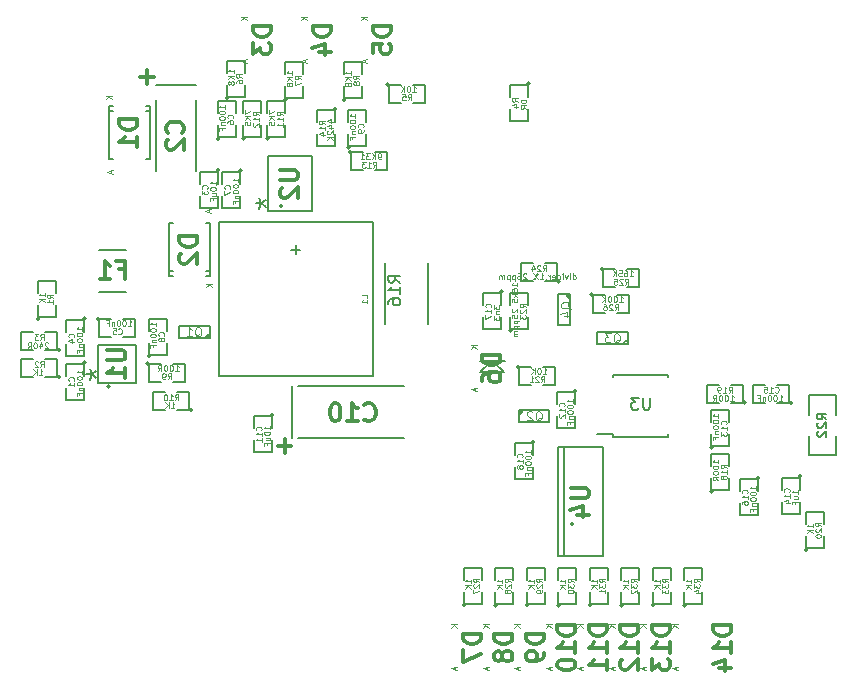
<source format=gbr>
G04 #@! TF.FileFunction,Legend,Bot*
%FSLAX46Y46*%
G04 Gerber Fmt 4.6, Leading zero omitted, Abs format (unit mm)*
G04 Created by KiCad (PCBNEW 0.201505041002+5641~23~ubuntu14.04.1-product) date St 6. květen 2015, 01:35:33 CEST*
%MOMM*%
G01*
G04 APERTURE LIST*
%ADD10C,0.300000*%
%ADD11C,0.150000*%
%ADD12C,0.109220*%
%ADD13C,0.304800*%
%ADD14C,0.099060*%
%ADD15C,0.119380*%
%ADD16C,0.127000*%
G04 APERTURE END LIST*
D10*
D11*
X9779000Y28575000D02*
G75*
G03X9779000Y28575000I-127000J0D01*
G01*
X9652000Y27432000D02*
X9652000Y28448000D01*
X9652000Y28448000D02*
X8128000Y28448000D01*
X8128000Y28448000D02*
X8128000Y27432000D01*
X8128000Y26416000D02*
X8128000Y25400000D01*
X8128000Y25400000D02*
X9652000Y25400000D01*
X9652000Y25400000D02*
X9652000Y26416000D01*
X15699740Y52052220D02*
X19098260Y52052220D01*
X19098260Y44752260D02*
X19098260Y50751740D01*
X15699740Y44752260D02*
X15699740Y50751740D01*
X14345920Y52753260D02*
X15445740Y52753260D01*
X14846300Y53352700D02*
X14846300Y52153820D01*
X21082000Y44831000D02*
G75*
G03X21082000Y44831000I-127000J0D01*
G01*
X20955000Y43688000D02*
X20955000Y44704000D01*
X20955000Y44704000D02*
X19431000Y44704000D01*
X19431000Y44704000D02*
X19431000Y43688000D01*
X19431000Y42672000D02*
X19431000Y41656000D01*
X19431000Y41656000D02*
X20955000Y41656000D01*
X20955000Y41656000D02*
X20955000Y42672000D01*
X9779000Y32258000D02*
G75*
G03X9779000Y32258000I-127000J0D01*
G01*
X9652000Y31115000D02*
X9652000Y32131000D01*
X9652000Y32131000D02*
X8128000Y32131000D01*
X8128000Y32131000D02*
X8128000Y31115000D01*
X8128000Y30099000D02*
X8128000Y29083000D01*
X8128000Y29083000D02*
X9652000Y29083000D01*
X9652000Y29083000D02*
X9652000Y30099000D01*
X10922000Y32258000D02*
G75*
G03X10922000Y32258000I-127000J0D01*
G01*
X11938000Y32258000D02*
X10922000Y32258000D01*
X10922000Y32258000D02*
X10922000Y30734000D01*
X10922000Y30734000D02*
X11938000Y30734000D01*
X12954000Y30734000D02*
X13970000Y30734000D01*
X13970000Y30734000D02*
X13970000Y32258000D01*
X13970000Y32258000D02*
X12954000Y32258000D01*
X21082000Y47498000D02*
G75*
G03X21082000Y47498000I-127000J0D01*
G01*
X20955000Y48641000D02*
X20955000Y47625000D01*
X20955000Y47625000D02*
X22479000Y47625000D01*
X22479000Y47625000D02*
X22479000Y48641000D01*
X22479000Y49657000D02*
X22479000Y50673000D01*
X22479000Y50673000D02*
X20955000Y50673000D01*
X20955000Y50673000D02*
X20955000Y49657000D01*
X22987000Y44831000D02*
G75*
G03X22987000Y44831000I-127000J0D01*
G01*
X22860000Y43688000D02*
X22860000Y44704000D01*
X22860000Y44704000D02*
X21336000Y44704000D01*
X21336000Y44704000D02*
X21336000Y43688000D01*
X21336000Y42672000D02*
X21336000Y41656000D01*
X21336000Y41656000D02*
X22860000Y41656000D01*
X22860000Y41656000D02*
X22860000Y42672000D01*
X15240000Y29083000D02*
G75*
G03X15240000Y29083000I-127000J0D01*
G01*
X15113000Y30226000D02*
X15113000Y29210000D01*
X15113000Y29210000D02*
X16637000Y29210000D01*
X16637000Y29210000D02*
X16637000Y30226000D01*
X16637000Y31242000D02*
X16637000Y32258000D01*
X16637000Y32258000D02*
X15113000Y32258000D01*
X15113000Y32258000D02*
X15113000Y31242000D01*
X32131000Y46736000D02*
G75*
G03X32131000Y46736000I-127000J0D01*
G01*
X32004000Y47879000D02*
X32004000Y46863000D01*
X32004000Y46863000D02*
X33528000Y46863000D01*
X33528000Y46863000D02*
X33528000Y47879000D01*
X33528000Y48895000D02*
X33528000Y49911000D01*
X33528000Y49911000D02*
X32004000Y49911000D01*
X32004000Y49911000D02*
X32004000Y48895000D01*
X25654000Y24130000D02*
G75*
G03X25654000Y24130000I-127000J0D01*
G01*
X25527000Y22987000D02*
X25527000Y24003000D01*
X25527000Y24003000D02*
X24003000Y24003000D01*
X24003000Y24003000D02*
X24003000Y22987000D01*
X24003000Y21971000D02*
X24003000Y20955000D01*
X24003000Y20955000D02*
X25527000Y20955000D01*
X25527000Y20955000D02*
X25527000Y21971000D01*
X51308000Y26162000D02*
G75*
G03X51308000Y26162000I-127000J0D01*
G01*
X51181000Y25019000D02*
X51181000Y26035000D01*
X51181000Y26035000D02*
X49657000Y26035000D01*
X49657000Y26035000D02*
X49657000Y25019000D01*
X49657000Y24003000D02*
X49657000Y22987000D01*
X49657000Y22987000D02*
X51181000Y22987000D01*
X51181000Y22987000D02*
X51181000Y24003000D01*
X62865000Y21336000D02*
G75*
G03X62865000Y21336000I-127000J0D01*
G01*
X62738000Y22479000D02*
X62738000Y21463000D01*
X62738000Y21463000D02*
X64262000Y21463000D01*
X64262000Y21463000D02*
X64262000Y22479000D01*
X64262000Y23495000D02*
X64262000Y24511000D01*
X64262000Y24511000D02*
X62738000Y24511000D01*
X62738000Y24511000D02*
X62738000Y23495000D01*
X70358000Y18923000D02*
G75*
G03X70358000Y18923000I-127000J0D01*
G01*
X70231000Y17780000D02*
X70231000Y18796000D01*
X70231000Y18796000D02*
X68707000Y18796000D01*
X68707000Y18796000D02*
X68707000Y17780000D01*
X68707000Y16764000D02*
X68707000Y15748000D01*
X68707000Y15748000D02*
X70231000Y15748000D01*
X70231000Y15748000D02*
X70231000Y16764000D01*
X69596000Y25146000D02*
G75*
G03X69596000Y25146000I-127000J0D01*
G01*
X68326000Y25146000D02*
X69342000Y25146000D01*
X69342000Y25146000D02*
X69342000Y26670000D01*
X69342000Y26670000D02*
X68326000Y26670000D01*
X67310000Y26670000D02*
X66294000Y26670000D01*
X66294000Y26670000D02*
X66294000Y25146000D01*
X66294000Y25146000D02*
X67310000Y25146000D01*
X66802000Y18796000D02*
G75*
G03X66802000Y18796000I-127000J0D01*
G01*
X66675000Y17653000D02*
X66675000Y18669000D01*
X66675000Y18669000D02*
X65151000Y18669000D01*
X65151000Y18669000D02*
X65151000Y17653000D01*
X65151000Y16637000D02*
X65151000Y15621000D01*
X65151000Y15621000D02*
X66675000Y15621000D01*
X66675000Y15621000D02*
X66675000Y16637000D01*
X45085000Y34544000D02*
G75*
G03X45085000Y34544000I-127000J0D01*
G01*
X44958000Y33401000D02*
X44958000Y34417000D01*
X44958000Y34417000D02*
X43434000Y34417000D01*
X43434000Y34417000D02*
X43434000Y33401000D01*
X43434000Y32385000D02*
X43434000Y31369000D01*
X43434000Y31369000D02*
X44958000Y31369000D01*
X44958000Y31369000D02*
X44958000Y32385000D01*
X47752000Y21844000D02*
G75*
G03X47752000Y21844000I-127000J0D01*
G01*
X47625000Y20701000D02*
X47625000Y21717000D01*
X47625000Y21717000D02*
X46101000Y21717000D01*
X46101000Y21717000D02*
X46101000Y20701000D01*
X46101000Y19685000D02*
X46101000Y18669000D01*
X46101000Y18669000D02*
X47625000Y18669000D01*
X47625000Y18669000D02*
X47625000Y19685000D01*
X11711940Y49806860D02*
X12062460Y49806860D01*
X15212060Y49806860D02*
X14861540Y49806860D01*
X11711940Y50256440D02*
X12062460Y50256440D01*
X11711940Y45755560D02*
X12062460Y45755560D01*
X15212060Y45755560D02*
X14861540Y45755560D01*
X15212060Y50256440D02*
X14861540Y50256440D01*
X11711940Y45755560D02*
X11711940Y50256440D01*
X15212060Y45755560D02*
X15212060Y50256440D01*
X20292060Y36299140D02*
X19941540Y36299140D01*
X16791940Y36299140D02*
X17142460Y36299140D01*
X20292060Y35849560D02*
X19941540Y35849560D01*
X20292060Y40350440D02*
X19941540Y40350440D01*
X16791940Y40350440D02*
X17142460Y40350440D01*
X16791940Y35849560D02*
X17142460Y35849560D01*
X20292060Y40350440D02*
X20292060Y35849560D01*
X16791940Y40350440D02*
X16791940Y35849560D01*
X44145200Y28717240D02*
X45196760Y27716480D01*
X45196760Y27716480D02*
X43195240Y27716480D01*
X43195240Y27716480D02*
X44196000Y28717240D01*
X45245020Y28717240D02*
X43146980Y28717240D01*
X10922000Y38100000D02*
X13208000Y38100000D01*
X10922000Y34544000D02*
X13208000Y34544000D01*
X34059000Y27409000D02*
X21059000Y27409000D01*
X21059000Y27409000D02*
X21059000Y40409000D01*
X21059000Y40409000D02*
X34059000Y40409000D01*
X34059000Y40409000D02*
X34059000Y27409000D01*
X27559000Y38481000D02*
X27559000Y37719000D01*
X27940000Y38100000D02*
X27178000Y38100000D01*
X20258090Y30764480D02*
G75*
G03X20258090Y30764480I-159070J0D01*
G01*
X17653000Y31623000D02*
X17653000Y30607000D01*
X20256500Y31623000D02*
X20256500Y30607000D01*
X17653000Y30607000D02*
X20256500Y30607000D01*
X20256500Y31623000D02*
X17653000Y31623000D01*
X46735050Y24353520D02*
G75*
G03X46735050Y24353520I-159070J0D01*
G01*
X49022000Y23495000D02*
X49022000Y24511000D01*
X46418500Y23495000D02*
X46418500Y24511000D01*
X49022000Y24511000D02*
X46418500Y24511000D01*
X46418500Y23495000D02*
X49022000Y23495000D01*
X55691090Y30256480D02*
G75*
G03X55691090Y30256480I-159070J0D01*
G01*
X53086000Y31115000D02*
X53086000Y30099000D01*
X55689500Y31115000D02*
X55689500Y30099000D01*
X53086000Y30099000D02*
X55689500Y30099000D01*
X55689500Y31115000D02*
X53086000Y31115000D01*
X50801590Y34196020D02*
G75*
G03X50801590Y34196020I-159070J0D01*
G01*
X49784000Y31750000D02*
X50800000Y31750000D01*
X49784000Y34353500D02*
X50800000Y34353500D01*
X50800000Y31750000D02*
X50800000Y34353500D01*
X49784000Y34353500D02*
X49784000Y31750000D01*
X5842000Y32258000D02*
G75*
G03X5842000Y32258000I-127000J0D01*
G01*
X5715000Y33401000D02*
X5715000Y32385000D01*
X5715000Y32385000D02*
X7239000Y32385000D01*
X7239000Y32385000D02*
X7239000Y33401000D01*
X7239000Y34417000D02*
X7239000Y35433000D01*
X7239000Y35433000D02*
X5715000Y35433000D01*
X5715000Y35433000D02*
X5715000Y34417000D01*
X7620000Y27305000D02*
G75*
G03X7620000Y27305000I-127000J0D01*
G01*
X6350000Y27305000D02*
X7366000Y27305000D01*
X7366000Y27305000D02*
X7366000Y28829000D01*
X7366000Y28829000D02*
X6350000Y28829000D01*
X5334000Y28829000D02*
X4318000Y28829000D01*
X4318000Y28829000D02*
X4318000Y27305000D01*
X4318000Y27305000D02*
X5334000Y27305000D01*
X7620000Y29591000D02*
G75*
G03X7620000Y29591000I-127000J0D01*
G01*
X6350000Y29591000D02*
X7366000Y29591000D01*
X7366000Y29591000D02*
X7366000Y31115000D01*
X7366000Y31115000D02*
X6350000Y31115000D01*
X5334000Y31115000D02*
X4318000Y31115000D01*
X4318000Y31115000D02*
X4318000Y29591000D01*
X4318000Y29591000D02*
X5334000Y29591000D01*
X47371000Y52197000D02*
G75*
G03X47371000Y52197000I-127000J0D01*
G01*
X47244000Y51054000D02*
X47244000Y52070000D01*
X47244000Y52070000D02*
X45720000Y52070000D01*
X45720000Y52070000D02*
X45720000Y51054000D01*
X45720000Y50038000D02*
X45720000Y49022000D01*
X45720000Y49022000D02*
X47244000Y49022000D01*
X47244000Y49022000D02*
X47244000Y50038000D01*
X35433000Y52070000D02*
G75*
G03X35433000Y52070000I-127000J0D01*
G01*
X36449000Y52070000D02*
X35433000Y52070000D01*
X35433000Y52070000D02*
X35433000Y50546000D01*
X35433000Y50546000D02*
X36449000Y50546000D01*
X37465000Y50546000D02*
X38481000Y50546000D01*
X38481000Y50546000D02*
X38481000Y52070000D01*
X38481000Y52070000D02*
X37465000Y52070000D01*
X21844000Y50927000D02*
G75*
G03X21844000Y50927000I-127000J0D01*
G01*
X21717000Y52070000D02*
X21717000Y51054000D01*
X21717000Y51054000D02*
X23241000Y51054000D01*
X23241000Y51054000D02*
X23241000Y52070000D01*
X23241000Y53086000D02*
X23241000Y54102000D01*
X23241000Y54102000D02*
X21717000Y54102000D01*
X21717000Y54102000D02*
X21717000Y53086000D01*
X26797000Y50800000D02*
G75*
G03X26797000Y50800000I-127000J0D01*
G01*
X26670000Y51943000D02*
X26670000Y50927000D01*
X26670000Y50927000D02*
X28194000Y50927000D01*
X28194000Y50927000D02*
X28194000Y51943000D01*
X28194000Y52959000D02*
X28194000Y53975000D01*
X28194000Y53975000D02*
X26670000Y53975000D01*
X26670000Y53975000D02*
X26670000Y52959000D01*
X31750000Y50800000D02*
G75*
G03X31750000Y50800000I-127000J0D01*
G01*
X31623000Y51943000D02*
X31623000Y50927000D01*
X31623000Y50927000D02*
X33147000Y50927000D01*
X33147000Y50927000D02*
X33147000Y51943000D01*
X33147000Y52959000D02*
X33147000Y53975000D01*
X33147000Y53975000D02*
X31623000Y53975000D01*
X31623000Y53975000D02*
X31623000Y52959000D01*
X15113000Y28448000D02*
G75*
G03X15113000Y28448000I-127000J0D01*
G01*
X16129000Y28448000D02*
X15113000Y28448000D01*
X15113000Y28448000D02*
X15113000Y26924000D01*
X15113000Y26924000D02*
X16129000Y26924000D01*
X17145000Y26924000D02*
X18161000Y26924000D01*
X18161000Y26924000D02*
X18161000Y28448000D01*
X18161000Y28448000D02*
X17145000Y28448000D01*
X18796000Y24511000D02*
G75*
G03X18796000Y24511000I-127000J0D01*
G01*
X17526000Y24511000D02*
X18542000Y24511000D01*
X18542000Y24511000D02*
X18542000Y26035000D01*
X18542000Y26035000D02*
X17526000Y26035000D01*
X16510000Y26035000D02*
X15494000Y26035000D01*
X15494000Y26035000D02*
X15494000Y24511000D01*
X15494000Y24511000D02*
X16510000Y24511000D01*
X25273000Y47498000D02*
G75*
G03X25273000Y47498000I-127000J0D01*
G01*
X25146000Y48641000D02*
X25146000Y47625000D01*
X25146000Y47625000D02*
X26670000Y47625000D01*
X26670000Y47625000D02*
X26670000Y48641000D01*
X26670000Y49657000D02*
X26670000Y50673000D01*
X26670000Y50673000D02*
X25146000Y50673000D01*
X25146000Y50673000D02*
X25146000Y49657000D01*
X23241000Y47498000D02*
G75*
G03X23241000Y47498000I-127000J0D01*
G01*
X23114000Y48641000D02*
X23114000Y47625000D01*
X23114000Y47625000D02*
X24638000Y47625000D01*
X24638000Y47625000D02*
X24638000Y48641000D01*
X24638000Y49657000D02*
X24638000Y50673000D01*
X24638000Y50673000D02*
X23114000Y50673000D01*
X23114000Y50673000D02*
X23114000Y49657000D01*
X32258000Y46355000D02*
G75*
G03X32258000Y46355000I-127000J0D01*
G01*
X33274000Y46355000D02*
X32258000Y46355000D01*
X32258000Y46355000D02*
X32258000Y44831000D01*
X32258000Y44831000D02*
X33274000Y44831000D01*
X34290000Y44831000D02*
X35306000Y44831000D01*
X35306000Y44831000D02*
X35306000Y46355000D01*
X35306000Y46355000D02*
X34290000Y46355000D01*
X30988000Y50038000D02*
G75*
G03X30988000Y50038000I-127000J0D01*
G01*
X30861000Y48895000D02*
X30861000Y49911000D01*
X30861000Y49911000D02*
X29337000Y49911000D01*
X29337000Y49911000D02*
X29337000Y48895000D01*
X29337000Y47879000D02*
X29337000Y46863000D01*
X29337000Y46863000D02*
X30861000Y46863000D01*
X30861000Y46863000D02*
X30861000Y47879000D01*
X38782000Y31817000D02*
X38782000Y37017000D01*
X35132000Y37017000D02*
X35132000Y31817000D01*
X62865000Y17653000D02*
G75*
G03X62865000Y17653000I-127000J0D01*
G01*
X62738000Y18796000D02*
X62738000Y17780000D01*
X62738000Y17780000D02*
X64262000Y17780000D01*
X64262000Y17780000D02*
X64262000Y18796000D01*
X64262000Y19812000D02*
X64262000Y20828000D01*
X64262000Y20828000D02*
X62738000Y20828000D01*
X62738000Y20828000D02*
X62738000Y19812000D01*
X65659000Y25146000D02*
G75*
G03X65659000Y25146000I-127000J0D01*
G01*
X64389000Y25146000D02*
X65405000Y25146000D01*
X65405000Y25146000D02*
X65405000Y26670000D01*
X65405000Y26670000D02*
X64389000Y26670000D01*
X63373000Y26670000D02*
X62357000Y26670000D01*
X62357000Y26670000D02*
X62357000Y25146000D01*
X62357000Y25146000D02*
X63373000Y25146000D01*
X70866000Y12700000D02*
G75*
G03X70866000Y12700000I-127000J0D01*
G01*
X70739000Y13843000D02*
X70739000Y12827000D01*
X70739000Y12827000D02*
X72263000Y12827000D01*
X72263000Y12827000D02*
X72263000Y13843000D01*
X72263000Y14859000D02*
X72263000Y15875000D01*
X72263000Y15875000D02*
X70739000Y15875000D01*
X70739000Y15875000D02*
X70739000Y14859000D01*
X46482000Y28194000D02*
G75*
G03X46482000Y28194000I-127000J0D01*
G01*
X47498000Y28194000D02*
X46482000Y28194000D01*
X46482000Y28194000D02*
X46482000Y26670000D01*
X46482000Y26670000D02*
X47498000Y26670000D01*
X48514000Y26670000D02*
X49530000Y26670000D01*
X49530000Y26670000D02*
X49530000Y28194000D01*
X49530000Y28194000D02*
X48514000Y28194000D01*
X73279000Y20701000D02*
X70993000Y20701000D01*
X70993000Y20701000D02*
X70993000Y22352000D01*
X73279000Y24130000D02*
X73279000Y25781000D01*
X73279000Y25781000D02*
X70993000Y25781000D01*
X70993000Y25781000D02*
X70993000Y24130000D01*
X73279000Y22352000D02*
X73279000Y20701000D01*
X45847000Y31242000D02*
G75*
G03X45847000Y31242000I-127000J0D01*
G01*
X45720000Y32385000D02*
X45720000Y31369000D01*
X45720000Y31369000D02*
X47244000Y31369000D01*
X47244000Y31369000D02*
X47244000Y32385000D01*
X47244000Y33401000D02*
X47244000Y34417000D01*
X47244000Y34417000D02*
X45720000Y34417000D01*
X45720000Y34417000D02*
X45720000Y33401000D01*
X49911000Y35433000D02*
G75*
G03X49911000Y35433000I-127000J0D01*
G01*
X48641000Y35433000D02*
X49657000Y35433000D01*
X49657000Y35433000D02*
X49657000Y36957000D01*
X49657000Y36957000D02*
X48641000Y36957000D01*
X47625000Y36957000D02*
X46609000Y36957000D01*
X46609000Y36957000D02*
X46609000Y35433000D01*
X46609000Y35433000D02*
X47625000Y35433000D01*
X53594000Y36449000D02*
G75*
G03X53594000Y36449000I-127000J0D01*
G01*
X54610000Y36449000D02*
X53594000Y36449000D01*
X53594000Y36449000D02*
X53594000Y34925000D01*
X53594000Y34925000D02*
X54610000Y34925000D01*
X55626000Y34925000D02*
X56642000Y34925000D01*
X56642000Y34925000D02*
X56642000Y36449000D01*
X56642000Y36449000D02*
X55626000Y36449000D01*
X52705000Y34290000D02*
G75*
G03X52705000Y34290000I-127000J0D01*
G01*
X53721000Y34290000D02*
X52705000Y34290000D01*
X52705000Y34290000D02*
X52705000Y32766000D01*
X52705000Y32766000D02*
X53721000Y32766000D01*
X54737000Y32766000D02*
X55753000Y32766000D01*
X55753000Y32766000D02*
X55753000Y34290000D01*
X55753000Y34290000D02*
X54737000Y34290000D01*
X41910000Y8001000D02*
G75*
G03X41910000Y8001000I-127000J0D01*
G01*
X41783000Y9144000D02*
X41783000Y8128000D01*
X41783000Y8128000D02*
X43307000Y8128000D01*
X43307000Y8128000D02*
X43307000Y9144000D01*
X43307000Y10160000D02*
X43307000Y11176000D01*
X43307000Y11176000D02*
X41783000Y11176000D01*
X41783000Y11176000D02*
X41783000Y10160000D01*
X44577000Y8001000D02*
G75*
G03X44577000Y8001000I-127000J0D01*
G01*
X44450000Y9144000D02*
X44450000Y8128000D01*
X44450000Y8128000D02*
X45974000Y8128000D01*
X45974000Y8128000D02*
X45974000Y9144000D01*
X45974000Y10160000D02*
X45974000Y11176000D01*
X45974000Y11176000D02*
X44450000Y11176000D01*
X44450000Y11176000D02*
X44450000Y10160000D01*
X47244000Y8001000D02*
G75*
G03X47244000Y8001000I-127000J0D01*
G01*
X47117000Y9144000D02*
X47117000Y8128000D01*
X47117000Y8128000D02*
X48641000Y8128000D01*
X48641000Y8128000D02*
X48641000Y9144000D01*
X48641000Y10160000D02*
X48641000Y11176000D01*
X48641000Y11176000D02*
X47117000Y11176000D01*
X47117000Y11176000D02*
X47117000Y10160000D01*
X49911000Y8001000D02*
G75*
G03X49911000Y8001000I-127000J0D01*
G01*
X49784000Y9144000D02*
X49784000Y8128000D01*
X49784000Y8128000D02*
X51308000Y8128000D01*
X51308000Y8128000D02*
X51308000Y9144000D01*
X51308000Y10160000D02*
X51308000Y11176000D01*
X51308000Y11176000D02*
X49784000Y11176000D01*
X49784000Y11176000D02*
X49784000Y10160000D01*
X52578000Y8001000D02*
G75*
G03X52578000Y8001000I-127000J0D01*
G01*
X52451000Y9144000D02*
X52451000Y8128000D01*
X52451000Y8128000D02*
X53975000Y8128000D01*
X53975000Y8128000D02*
X53975000Y9144000D01*
X53975000Y10160000D02*
X53975000Y11176000D01*
X53975000Y11176000D02*
X52451000Y11176000D01*
X52451000Y11176000D02*
X52451000Y10160000D01*
X55245000Y8001000D02*
G75*
G03X55245000Y8001000I-127000J0D01*
G01*
X55118000Y9144000D02*
X55118000Y8128000D01*
X55118000Y8128000D02*
X56642000Y8128000D01*
X56642000Y8128000D02*
X56642000Y9144000D01*
X56642000Y10160000D02*
X56642000Y11176000D01*
X56642000Y11176000D02*
X55118000Y11176000D01*
X55118000Y11176000D02*
X55118000Y10160000D01*
X57912000Y8001000D02*
G75*
G03X57912000Y8001000I-127000J0D01*
G01*
X57785000Y9144000D02*
X57785000Y8128000D01*
X57785000Y8128000D02*
X59309000Y8128000D01*
X59309000Y8128000D02*
X59309000Y9144000D01*
X59309000Y10160000D02*
X59309000Y11176000D01*
X59309000Y11176000D02*
X57785000Y11176000D01*
X57785000Y11176000D02*
X57785000Y10160000D01*
X51054000Y14859000D02*
G75*
G03X51054000Y14859000I-127000J0D01*
G01*
X50292000Y12164000D02*
X50292000Y21364000D01*
X53589000Y12164000D02*
X53589000Y21364000D01*
X49784000Y12164000D02*
X49784000Y21364000D01*
X49789000Y12164000D02*
X53589000Y12164000D01*
X49784000Y21364000D02*
X53594000Y21364000D01*
X54444000Y22267000D02*
X54444000Y22492000D01*
X59094000Y22267000D02*
X59094000Y22492000D01*
X59094000Y27517000D02*
X59094000Y27292000D01*
X54444000Y27517000D02*
X54444000Y27292000D01*
X54444000Y22267000D02*
X59094000Y22267000D01*
X54444000Y27517000D02*
X59094000Y27517000D01*
X54444000Y22492000D02*
X53094000Y22492000D01*
X11811000Y26543000D02*
G75*
G03X11811000Y26543000I-127000J0D01*
G01*
X14046000Y26848000D02*
X14046000Y30048000D01*
X10846000Y26848000D02*
X10846000Y30048000D01*
X10846000Y26848000D02*
X14046000Y26848000D01*
X10846000Y30048000D02*
X14046000Y30048000D01*
X27256740Y22184360D02*
X27256740Y26583640D01*
X27757120Y26583640D02*
X36758880Y26583640D01*
X36758880Y22184360D02*
X27757120Y22184360D01*
X26603960Y21082000D02*
X26603960Y22181820D01*
X26004520Y21582380D02*
X27203400Y21582380D01*
X26416000Y41783000D02*
G75*
G03X26416000Y41783000I-127000J0D01*
G01*
X28901000Y41338000D02*
X28901000Y46038000D01*
X25201000Y41338000D02*
X25201000Y46038000D01*
X25201000Y41338000D02*
X28901000Y41338000D01*
X25201000Y46038000D02*
X28901000Y46038000D01*
X60579000Y8001000D02*
G75*
G03X60579000Y8001000I-127000J0D01*
G01*
X60452000Y9144000D02*
X60452000Y8128000D01*
X60452000Y8128000D02*
X61976000Y8128000D01*
X61976000Y8128000D02*
X61976000Y9144000D01*
X61976000Y10160000D02*
X61976000Y11176000D01*
X61976000Y11176000D02*
X60452000Y11176000D01*
X60452000Y11176000D02*
X60452000Y10160000D01*
D12*
X8751207Y27007396D02*
X8775035Y27031224D01*
X8798862Y27102707D01*
X8798862Y27150362D01*
X8775035Y27221845D01*
X8727380Y27269500D01*
X8679724Y27293328D01*
X8584414Y27317156D01*
X8512931Y27317156D01*
X8417620Y27293328D01*
X8369965Y27269500D01*
X8322310Y27221845D01*
X8298482Y27150362D01*
X8298482Y27102707D01*
X8322310Y27031224D01*
X8346138Y27007396D01*
X8798862Y26530844D02*
X8798862Y26816776D01*
X8798862Y26673810D02*
X8298482Y26673810D01*
X8369965Y26721465D01*
X8417620Y26769120D01*
X8441448Y26816776D01*
X9497362Y27571397D02*
X9497362Y27857329D01*
X9497362Y27714363D02*
X8996982Y27714363D01*
X9068465Y27762018D01*
X9116120Y27809673D01*
X9139948Y27857329D01*
X8996982Y27261638D02*
X8996982Y27213983D01*
X9020810Y27166328D01*
X9044638Y27142500D01*
X9092293Y27118673D01*
X9187603Y27094845D01*
X9306741Y27094845D01*
X9402052Y27118673D01*
X9449707Y27142500D01*
X9473535Y27166328D01*
X9497362Y27213983D01*
X9497362Y27261638D01*
X9473535Y27309294D01*
X9449707Y27333121D01*
X9402052Y27356949D01*
X9306741Y27380777D01*
X9187603Y27380777D01*
X9092293Y27356949D01*
X9044638Y27333121D01*
X9020810Y27309294D01*
X8996982Y27261638D01*
X8996982Y26785086D02*
X8996982Y26737431D01*
X9020810Y26689776D01*
X9044638Y26665948D01*
X9092293Y26642121D01*
X9187603Y26618293D01*
X9306741Y26618293D01*
X9402052Y26642121D01*
X9449707Y26665948D01*
X9473535Y26689776D01*
X9497362Y26737431D01*
X9497362Y26785086D01*
X9473535Y26832742D01*
X9449707Y26856569D01*
X9402052Y26880397D01*
X9306741Y26904225D01*
X9187603Y26904225D01*
X9092293Y26880397D01*
X9044638Y26856569D01*
X9020810Y26832742D01*
X8996982Y26785086D01*
X9163776Y26403845D02*
X9497362Y26403845D01*
X9211431Y26403845D02*
X9187603Y26380017D01*
X9163776Y26332362D01*
X9163776Y26260879D01*
X9187603Y26213224D01*
X9235259Y26189396D01*
X9497362Y26189396D01*
X9235259Y25784327D02*
X9235259Y25951120D01*
X9497362Y25951120D02*
X8996982Y25951120D01*
X8996982Y25712844D01*
D13*
X17943286Y48006000D02*
X18015857Y48078571D01*
X18088429Y48296285D01*
X18088429Y48441428D01*
X18015857Y48659143D01*
X17870714Y48804285D01*
X17725571Y48876857D01*
X17435286Y48949428D01*
X17217571Y48949428D01*
X16927286Y48876857D01*
X16782143Y48804285D01*
X16637000Y48659143D01*
X16564429Y48441428D01*
X16564429Y48296285D01*
X16637000Y48078571D01*
X16709571Y48006000D01*
X16709571Y47425428D02*
X16637000Y47352857D01*
X16564429Y47207714D01*
X16564429Y46844857D01*
X16637000Y46699714D01*
X16709571Y46627143D01*
X16854714Y46554571D01*
X16999857Y46554571D01*
X17217571Y46627143D01*
X18088429Y47498000D01*
X18088429Y46554571D01*
X14957697Y53331291D02*
X14957697Y52170148D01*
X15538269Y52750719D02*
X14377126Y52750719D01*
D12*
X20054207Y43263396D02*
X20078035Y43287224D01*
X20101862Y43358707D01*
X20101862Y43406362D01*
X20078035Y43477845D01*
X20030380Y43525500D01*
X19982724Y43549328D01*
X19887414Y43573156D01*
X19815931Y43573156D01*
X19720620Y43549328D01*
X19672965Y43525500D01*
X19625310Y43477845D01*
X19601482Y43406362D01*
X19601482Y43358707D01*
X19625310Y43287224D01*
X19649138Y43263396D01*
X19601482Y43096603D02*
X19601482Y42786844D01*
X19792103Y42953637D01*
X19792103Y42882155D01*
X19815931Y42834499D01*
X19839759Y42810672D01*
X19887414Y42786844D01*
X20006552Y42786844D01*
X20054207Y42810672D01*
X20078035Y42834499D01*
X20101862Y42882155D01*
X20101862Y43025120D01*
X20078035Y43072776D01*
X20054207Y43096603D01*
X20800362Y43589121D02*
X20800362Y43875053D01*
X20800362Y43732087D02*
X20299982Y43732087D01*
X20371465Y43779742D01*
X20419120Y43827397D01*
X20442948Y43875053D01*
X20299982Y43279362D02*
X20299982Y43231707D01*
X20323810Y43184052D01*
X20347638Y43160224D01*
X20395293Y43136397D01*
X20490603Y43112569D01*
X20609741Y43112569D01*
X20705052Y43136397D01*
X20752707Y43160224D01*
X20776535Y43184052D01*
X20800362Y43231707D01*
X20800362Y43279362D01*
X20776535Y43327018D01*
X20752707Y43350845D01*
X20705052Y43374673D01*
X20609741Y43398501D01*
X20490603Y43398501D01*
X20395293Y43374673D01*
X20347638Y43350845D01*
X20323810Y43327018D01*
X20299982Y43279362D01*
X20466776Y42683672D02*
X20800362Y42683672D01*
X20466776Y42898121D02*
X20728880Y42898121D01*
X20776535Y42874293D01*
X20800362Y42826638D01*
X20800362Y42755155D01*
X20776535Y42707500D01*
X20752707Y42683672D01*
X20538259Y42278603D02*
X20538259Y42445396D01*
X20800362Y42445396D02*
X20299982Y42445396D01*
X20299982Y42207120D01*
X8751207Y30690396D02*
X8775035Y30714224D01*
X8798862Y30785707D01*
X8798862Y30833362D01*
X8775035Y30904845D01*
X8727380Y30952500D01*
X8679724Y30976328D01*
X8584414Y31000156D01*
X8512931Y31000156D01*
X8417620Y30976328D01*
X8369965Y30952500D01*
X8322310Y30904845D01*
X8298482Y30833362D01*
X8298482Y30785707D01*
X8322310Y30714224D01*
X8346138Y30690396D01*
X8465276Y30261499D02*
X8798862Y30261499D01*
X8274655Y30380637D02*
X8632069Y30499776D01*
X8632069Y30190016D01*
X9497362Y31254397D02*
X9497362Y31540329D01*
X9497362Y31397363D02*
X8996982Y31397363D01*
X9068465Y31445018D01*
X9116120Y31492673D01*
X9139948Y31540329D01*
X8996982Y30944638D02*
X8996982Y30896983D01*
X9020810Y30849328D01*
X9044638Y30825500D01*
X9092293Y30801673D01*
X9187603Y30777845D01*
X9306741Y30777845D01*
X9402052Y30801673D01*
X9449707Y30825500D01*
X9473535Y30849328D01*
X9497362Y30896983D01*
X9497362Y30944638D01*
X9473535Y30992294D01*
X9449707Y31016121D01*
X9402052Y31039949D01*
X9306741Y31063777D01*
X9187603Y31063777D01*
X9092293Y31039949D01*
X9044638Y31016121D01*
X9020810Y30992294D01*
X8996982Y30944638D01*
X8996982Y30468086D02*
X8996982Y30420431D01*
X9020810Y30372776D01*
X9044638Y30348948D01*
X9092293Y30325121D01*
X9187603Y30301293D01*
X9306741Y30301293D01*
X9402052Y30325121D01*
X9449707Y30348948D01*
X9473535Y30372776D01*
X9497362Y30420431D01*
X9497362Y30468086D01*
X9473535Y30515742D01*
X9449707Y30539569D01*
X9402052Y30563397D01*
X9306741Y30587225D01*
X9187603Y30587225D01*
X9092293Y30563397D01*
X9044638Y30539569D01*
X9020810Y30515742D01*
X8996982Y30468086D01*
X9163776Y30086845D02*
X9497362Y30086845D01*
X9211431Y30086845D02*
X9187603Y30063017D01*
X9163776Y30015362D01*
X9163776Y29943879D01*
X9187603Y29896224D01*
X9235259Y29872396D01*
X9497362Y29872396D01*
X9235259Y29467327D02*
X9235259Y29634120D01*
X9497362Y29634120D02*
X8996982Y29634120D01*
X8996982Y29395844D01*
X12529396Y30999793D02*
X12553224Y30975965D01*
X12624707Y30952138D01*
X12672362Y30952138D01*
X12743845Y30975965D01*
X12791500Y31023620D01*
X12815328Y31071276D01*
X12839156Y31166586D01*
X12839156Y31238069D01*
X12815328Y31333380D01*
X12791500Y31381035D01*
X12743845Y31428690D01*
X12672362Y31452518D01*
X12624707Y31452518D01*
X12553224Y31428690D01*
X12529396Y31404862D01*
X12076672Y31452518D02*
X12314948Y31452518D01*
X12338776Y31214241D01*
X12314948Y31238069D01*
X12267293Y31261897D01*
X12148155Y31261897D01*
X12100499Y31238069D01*
X12076672Y31214241D01*
X12052844Y31166586D01*
X12052844Y31047448D01*
X12076672Y30999793D01*
X12100499Y30975965D01*
X12148155Y30952138D01*
X12267293Y30952138D01*
X12314948Y30975965D01*
X12338776Y30999793D01*
X13347397Y31650638D02*
X13633329Y31650638D01*
X13490363Y31650638D02*
X13490363Y32151018D01*
X13538018Y32079535D01*
X13585673Y32031880D01*
X13633329Y32008052D01*
X13037638Y32151018D02*
X12989983Y32151018D01*
X12942328Y32127190D01*
X12918500Y32103362D01*
X12894673Y32055707D01*
X12870845Y31960397D01*
X12870845Y31841259D01*
X12894673Y31745948D01*
X12918500Y31698293D01*
X12942328Y31674465D01*
X12989983Y31650638D01*
X13037638Y31650638D01*
X13085294Y31674465D01*
X13109121Y31698293D01*
X13132949Y31745948D01*
X13156777Y31841259D01*
X13156777Y31960397D01*
X13132949Y32055707D01*
X13109121Y32103362D01*
X13085294Y32127190D01*
X13037638Y32151018D01*
X12561086Y32151018D02*
X12513431Y32151018D01*
X12465776Y32127190D01*
X12441948Y32103362D01*
X12418121Y32055707D01*
X12394293Y31960397D01*
X12394293Y31841259D01*
X12418121Y31745948D01*
X12441948Y31698293D01*
X12465776Y31674465D01*
X12513431Y31650638D01*
X12561086Y31650638D01*
X12608742Y31674465D01*
X12632569Y31698293D01*
X12656397Y31745948D01*
X12680225Y31841259D01*
X12680225Y31960397D01*
X12656397Y32055707D01*
X12632569Y32103362D01*
X12608742Y32127190D01*
X12561086Y32151018D01*
X12179845Y31984224D02*
X12179845Y31650638D01*
X12179845Y31936569D02*
X12156017Y31960397D01*
X12108362Y31984224D01*
X12036879Y31984224D01*
X11989224Y31960397D01*
X11965396Y31912741D01*
X11965396Y31650638D01*
X11560327Y31912741D02*
X11727120Y31912741D01*
X11727120Y31650638D02*
X11727120Y32151018D01*
X11488844Y32151018D01*
X22213207Y49232396D02*
X22237035Y49256224D01*
X22260862Y49327707D01*
X22260862Y49375362D01*
X22237035Y49446845D01*
X22189380Y49494500D01*
X22141724Y49518328D01*
X22046414Y49542156D01*
X21974931Y49542156D01*
X21879620Y49518328D01*
X21831965Y49494500D01*
X21784310Y49446845D01*
X21760482Y49375362D01*
X21760482Y49327707D01*
X21784310Y49256224D01*
X21808138Y49232396D01*
X21760482Y48803499D02*
X21760482Y48898810D01*
X21784310Y48946465D01*
X21808138Y48970293D01*
X21879620Y49017948D01*
X21974931Y49041776D01*
X22165552Y49041776D01*
X22213207Y49017948D01*
X22237035Y48994120D01*
X22260862Y48946465D01*
X22260862Y48851155D01*
X22237035Y48803499D01*
X22213207Y48779672D01*
X22165552Y48755844D01*
X22046414Y48755844D01*
X21998759Y48779672D01*
X21974931Y48803499D01*
X21951103Y48851155D01*
X21951103Y48946465D01*
X21974931Y48994120D01*
X21998759Y49017948D01*
X22046414Y49041776D01*
X21562362Y50050397D02*
X21562362Y50336329D01*
X21562362Y50193363D02*
X21061982Y50193363D01*
X21133465Y50241018D01*
X21181120Y50288673D01*
X21204948Y50336329D01*
X21061982Y49740638D02*
X21061982Y49692983D01*
X21085810Y49645328D01*
X21109638Y49621500D01*
X21157293Y49597673D01*
X21252603Y49573845D01*
X21371741Y49573845D01*
X21467052Y49597673D01*
X21514707Y49621500D01*
X21538535Y49645328D01*
X21562362Y49692983D01*
X21562362Y49740638D01*
X21538535Y49788294D01*
X21514707Y49812121D01*
X21467052Y49835949D01*
X21371741Y49859777D01*
X21252603Y49859777D01*
X21157293Y49835949D01*
X21109638Y49812121D01*
X21085810Y49788294D01*
X21061982Y49740638D01*
X21061982Y49264086D02*
X21061982Y49216431D01*
X21085810Y49168776D01*
X21109638Y49144948D01*
X21157293Y49121121D01*
X21252603Y49097293D01*
X21371741Y49097293D01*
X21467052Y49121121D01*
X21514707Y49144948D01*
X21538535Y49168776D01*
X21562362Y49216431D01*
X21562362Y49264086D01*
X21538535Y49311742D01*
X21514707Y49335569D01*
X21467052Y49359397D01*
X21371741Y49383225D01*
X21252603Y49383225D01*
X21157293Y49359397D01*
X21109638Y49335569D01*
X21085810Y49311742D01*
X21061982Y49264086D01*
X21228776Y48882845D02*
X21562362Y48882845D01*
X21276431Y48882845D02*
X21252603Y48859017D01*
X21228776Y48811362D01*
X21228776Y48739879D01*
X21252603Y48692224D01*
X21300259Y48668396D01*
X21562362Y48668396D01*
X21300259Y48263327D02*
X21300259Y48430120D01*
X21562362Y48430120D02*
X21061982Y48430120D01*
X21061982Y48191844D01*
X21959207Y43263396D02*
X21983035Y43287224D01*
X22006862Y43358707D01*
X22006862Y43406362D01*
X21983035Y43477845D01*
X21935380Y43525500D01*
X21887724Y43549328D01*
X21792414Y43573156D01*
X21720931Y43573156D01*
X21625620Y43549328D01*
X21577965Y43525500D01*
X21530310Y43477845D01*
X21506482Y43406362D01*
X21506482Y43358707D01*
X21530310Y43287224D01*
X21554138Y43263396D01*
X21506482Y43096603D02*
X21506482Y42763016D01*
X22006862Y42977465D01*
X22705362Y43827397D02*
X22705362Y44113329D01*
X22705362Y43970363D02*
X22204982Y43970363D01*
X22276465Y44018018D01*
X22324120Y44065673D01*
X22347948Y44113329D01*
X22204982Y43517638D02*
X22204982Y43469983D01*
X22228810Y43422328D01*
X22252638Y43398500D01*
X22300293Y43374673D01*
X22395603Y43350845D01*
X22514741Y43350845D01*
X22610052Y43374673D01*
X22657707Y43398500D01*
X22681535Y43422328D01*
X22705362Y43469983D01*
X22705362Y43517638D01*
X22681535Y43565294D01*
X22657707Y43589121D01*
X22610052Y43612949D01*
X22514741Y43636777D01*
X22395603Y43636777D01*
X22300293Y43612949D01*
X22252638Y43589121D01*
X22228810Y43565294D01*
X22204982Y43517638D01*
X22204982Y43041086D02*
X22204982Y42993431D01*
X22228810Y42945776D01*
X22252638Y42921948D01*
X22300293Y42898121D01*
X22395603Y42874293D01*
X22514741Y42874293D01*
X22610052Y42898121D01*
X22657707Y42921948D01*
X22681535Y42945776D01*
X22705362Y42993431D01*
X22705362Y43041086D01*
X22681535Y43088742D01*
X22657707Y43112569D01*
X22610052Y43136397D01*
X22514741Y43160225D01*
X22395603Y43160225D01*
X22300293Y43136397D01*
X22252638Y43112569D01*
X22228810Y43088742D01*
X22204982Y43041086D01*
X22371776Y42659845D02*
X22705362Y42659845D01*
X22419431Y42659845D02*
X22395603Y42636017D01*
X22371776Y42588362D01*
X22371776Y42516879D01*
X22395603Y42469224D01*
X22443259Y42445396D01*
X22705362Y42445396D01*
X22443259Y42040327D02*
X22443259Y42207120D01*
X22705362Y42207120D02*
X22204982Y42207120D01*
X22204982Y41968844D01*
X16371207Y30817396D02*
X16395035Y30841224D01*
X16418862Y30912707D01*
X16418862Y30960362D01*
X16395035Y31031845D01*
X16347380Y31079500D01*
X16299724Y31103328D01*
X16204414Y31127156D01*
X16132931Y31127156D01*
X16037620Y31103328D01*
X15989965Y31079500D01*
X15942310Y31031845D01*
X15918482Y30960362D01*
X15918482Y30912707D01*
X15942310Y30841224D01*
X15966138Y30817396D01*
X16132931Y30531465D02*
X16109103Y30579120D01*
X16085276Y30602948D01*
X16037620Y30626776D01*
X16013793Y30626776D01*
X15966138Y30602948D01*
X15942310Y30579120D01*
X15918482Y30531465D01*
X15918482Y30436155D01*
X15942310Y30388499D01*
X15966138Y30364672D01*
X16013793Y30340844D01*
X16037620Y30340844D01*
X16085276Y30364672D01*
X16109103Y30388499D01*
X16132931Y30436155D01*
X16132931Y30531465D01*
X16156759Y30579120D01*
X16180586Y30602948D01*
X16228241Y30626776D01*
X16323552Y30626776D01*
X16371207Y30602948D01*
X16395035Y30579120D01*
X16418862Y30531465D01*
X16418862Y30436155D01*
X16395035Y30388499D01*
X16371207Y30364672D01*
X16323552Y30340844D01*
X16228241Y30340844D01*
X16180586Y30364672D01*
X16156759Y30388499D01*
X16132931Y30436155D01*
X15720362Y31635397D02*
X15720362Y31921329D01*
X15720362Y31778363D02*
X15219982Y31778363D01*
X15291465Y31826018D01*
X15339120Y31873673D01*
X15362948Y31921329D01*
X15219982Y31325638D02*
X15219982Y31277983D01*
X15243810Y31230328D01*
X15267638Y31206500D01*
X15315293Y31182673D01*
X15410603Y31158845D01*
X15529741Y31158845D01*
X15625052Y31182673D01*
X15672707Y31206500D01*
X15696535Y31230328D01*
X15720362Y31277983D01*
X15720362Y31325638D01*
X15696535Y31373294D01*
X15672707Y31397121D01*
X15625052Y31420949D01*
X15529741Y31444777D01*
X15410603Y31444777D01*
X15315293Y31420949D01*
X15267638Y31397121D01*
X15243810Y31373294D01*
X15219982Y31325638D01*
X15219982Y30849086D02*
X15219982Y30801431D01*
X15243810Y30753776D01*
X15267638Y30729948D01*
X15315293Y30706121D01*
X15410603Y30682293D01*
X15529741Y30682293D01*
X15625052Y30706121D01*
X15672707Y30729948D01*
X15696535Y30753776D01*
X15720362Y30801431D01*
X15720362Y30849086D01*
X15696535Y30896742D01*
X15672707Y30920569D01*
X15625052Y30944397D01*
X15529741Y30968225D01*
X15410603Y30968225D01*
X15315293Y30944397D01*
X15267638Y30920569D01*
X15243810Y30896742D01*
X15219982Y30849086D01*
X15386776Y30467845D02*
X15720362Y30467845D01*
X15434431Y30467845D02*
X15410603Y30444017D01*
X15386776Y30396362D01*
X15386776Y30324879D01*
X15410603Y30277224D01*
X15458259Y30253396D01*
X15720362Y30253396D01*
X15458259Y29848327D02*
X15458259Y30015120D01*
X15720362Y30015120D02*
X15219982Y30015120D01*
X15219982Y29776844D01*
X33262207Y48470396D02*
X33286035Y48494224D01*
X33309862Y48565707D01*
X33309862Y48613362D01*
X33286035Y48684845D01*
X33238380Y48732500D01*
X33190724Y48756328D01*
X33095414Y48780156D01*
X33023931Y48780156D01*
X32928620Y48756328D01*
X32880965Y48732500D01*
X32833310Y48684845D01*
X32809482Y48613362D01*
X32809482Y48565707D01*
X32833310Y48494224D01*
X32857138Y48470396D01*
X33309862Y48232120D02*
X33309862Y48136810D01*
X33286035Y48089155D01*
X33262207Y48065327D01*
X33190724Y48017672D01*
X33095414Y47993844D01*
X32904793Y47993844D01*
X32857138Y48017672D01*
X32833310Y48041499D01*
X32809482Y48089155D01*
X32809482Y48184465D01*
X32833310Y48232120D01*
X32857138Y48255948D01*
X32904793Y48279776D01*
X33023931Y48279776D01*
X33071586Y48255948D01*
X33095414Y48232120D01*
X33119241Y48184465D01*
X33119241Y48089155D01*
X33095414Y48041499D01*
X33071586Y48017672D01*
X33023931Y47993844D01*
X32611362Y49288397D02*
X32611362Y49574329D01*
X32611362Y49431363D02*
X32110982Y49431363D01*
X32182465Y49479018D01*
X32230120Y49526673D01*
X32253948Y49574329D01*
X32110982Y48978638D02*
X32110982Y48930983D01*
X32134810Y48883328D01*
X32158638Y48859500D01*
X32206293Y48835673D01*
X32301603Y48811845D01*
X32420741Y48811845D01*
X32516052Y48835673D01*
X32563707Y48859500D01*
X32587535Y48883328D01*
X32611362Y48930983D01*
X32611362Y48978638D01*
X32587535Y49026294D01*
X32563707Y49050121D01*
X32516052Y49073949D01*
X32420741Y49097777D01*
X32301603Y49097777D01*
X32206293Y49073949D01*
X32158638Y49050121D01*
X32134810Y49026294D01*
X32110982Y48978638D01*
X32110982Y48502086D02*
X32110982Y48454431D01*
X32134810Y48406776D01*
X32158638Y48382948D01*
X32206293Y48359121D01*
X32301603Y48335293D01*
X32420741Y48335293D01*
X32516052Y48359121D01*
X32563707Y48382948D01*
X32587535Y48406776D01*
X32611362Y48454431D01*
X32611362Y48502086D01*
X32587535Y48549742D01*
X32563707Y48573569D01*
X32516052Y48597397D01*
X32420741Y48621225D01*
X32301603Y48621225D01*
X32206293Y48597397D01*
X32158638Y48573569D01*
X32134810Y48549742D01*
X32110982Y48502086D01*
X32277776Y48120845D02*
X32611362Y48120845D01*
X32325431Y48120845D02*
X32301603Y48097017D01*
X32277776Y48049362D01*
X32277776Y47977879D01*
X32301603Y47930224D01*
X32349259Y47906396D01*
X32611362Y47906396D01*
X32349259Y47501327D02*
X32349259Y47668120D01*
X32611362Y47668120D02*
X32110982Y47668120D01*
X32110982Y47429844D01*
X24626207Y22800672D02*
X24650035Y22824500D01*
X24673862Y22895983D01*
X24673862Y22943638D01*
X24650035Y23015121D01*
X24602380Y23062776D01*
X24554724Y23086604D01*
X24459414Y23110432D01*
X24387931Y23110432D01*
X24292620Y23086604D01*
X24244965Y23062776D01*
X24197310Y23015121D01*
X24173482Y22943638D01*
X24173482Y22895983D01*
X24197310Y22824500D01*
X24221138Y22800672D01*
X24673862Y22324120D02*
X24673862Y22610052D01*
X24673862Y22467086D02*
X24173482Y22467086D01*
X24244965Y22514741D01*
X24292620Y22562396D01*
X24316448Y22610052D01*
X24673862Y21847568D02*
X24673862Y22133500D01*
X24673862Y21990534D02*
X24173482Y21990534D01*
X24244965Y22038189D01*
X24292620Y22085844D01*
X24316448Y22133500D01*
X25372362Y22888121D02*
X25372362Y23174053D01*
X25372362Y23031087D02*
X24871982Y23031087D01*
X24943465Y23078742D01*
X24991120Y23126397D01*
X25014948Y23174053D01*
X24871982Y22578362D02*
X24871982Y22530707D01*
X24895810Y22483052D01*
X24919638Y22459224D01*
X24967293Y22435397D01*
X25062603Y22411569D01*
X25181741Y22411569D01*
X25277052Y22435397D01*
X25324707Y22459224D01*
X25348535Y22483052D01*
X25372362Y22530707D01*
X25372362Y22578362D01*
X25348535Y22626018D01*
X25324707Y22649845D01*
X25277052Y22673673D01*
X25181741Y22697501D01*
X25062603Y22697501D01*
X24967293Y22673673D01*
X24919638Y22649845D01*
X24895810Y22626018D01*
X24871982Y22578362D01*
X25038776Y21982672D02*
X25372362Y21982672D01*
X25038776Y22197121D02*
X25300880Y22197121D01*
X25348535Y22173293D01*
X25372362Y22125638D01*
X25372362Y22054155D01*
X25348535Y22006500D01*
X25324707Y21982672D01*
X25110259Y21577603D02*
X25110259Y21744396D01*
X25372362Y21744396D02*
X24871982Y21744396D01*
X24871982Y21506120D01*
X50280207Y24832672D02*
X50304035Y24856500D01*
X50327862Y24927983D01*
X50327862Y24975638D01*
X50304035Y25047121D01*
X50256380Y25094776D01*
X50208724Y25118604D01*
X50113414Y25142432D01*
X50041931Y25142432D01*
X49946620Y25118604D01*
X49898965Y25094776D01*
X49851310Y25047121D01*
X49827482Y24975638D01*
X49827482Y24927983D01*
X49851310Y24856500D01*
X49875138Y24832672D01*
X50327862Y24356120D02*
X50327862Y24642052D01*
X50327862Y24499086D02*
X49827482Y24499086D01*
X49898965Y24546741D01*
X49946620Y24594396D01*
X49970448Y24642052D01*
X49875138Y24165500D02*
X49851310Y24141672D01*
X49827482Y24094017D01*
X49827482Y23974879D01*
X49851310Y23927223D01*
X49875138Y23903396D01*
X49922793Y23879568D01*
X49970448Y23879568D01*
X50041931Y23903396D01*
X50327862Y24189327D01*
X50327862Y23879568D01*
X51026362Y25158397D02*
X51026362Y25444329D01*
X51026362Y25301363D02*
X50525982Y25301363D01*
X50597465Y25349018D01*
X50645120Y25396673D01*
X50668948Y25444329D01*
X50525982Y24848638D02*
X50525982Y24800983D01*
X50549810Y24753328D01*
X50573638Y24729500D01*
X50621293Y24705673D01*
X50716603Y24681845D01*
X50835741Y24681845D01*
X50931052Y24705673D01*
X50978707Y24729500D01*
X51002535Y24753328D01*
X51026362Y24800983D01*
X51026362Y24848638D01*
X51002535Y24896294D01*
X50978707Y24920121D01*
X50931052Y24943949D01*
X50835741Y24967777D01*
X50716603Y24967777D01*
X50621293Y24943949D01*
X50573638Y24920121D01*
X50549810Y24896294D01*
X50525982Y24848638D01*
X50525982Y24372086D02*
X50525982Y24324431D01*
X50549810Y24276776D01*
X50573638Y24252948D01*
X50621293Y24229121D01*
X50716603Y24205293D01*
X50835741Y24205293D01*
X50931052Y24229121D01*
X50978707Y24252948D01*
X51002535Y24276776D01*
X51026362Y24324431D01*
X51026362Y24372086D01*
X51002535Y24419742D01*
X50978707Y24443569D01*
X50931052Y24467397D01*
X50835741Y24491225D01*
X50716603Y24491225D01*
X50621293Y24467397D01*
X50573638Y24443569D01*
X50549810Y24419742D01*
X50525982Y24372086D01*
X50692776Y23990845D02*
X51026362Y23990845D01*
X50740431Y23990845D02*
X50716603Y23967017D01*
X50692776Y23919362D01*
X50692776Y23847879D01*
X50716603Y23800224D01*
X50764259Y23776396D01*
X51026362Y23776396D01*
X50764259Y23371327D02*
X50764259Y23538120D01*
X51026362Y23538120D02*
X50525982Y23538120D01*
X50525982Y23299844D01*
X63996207Y23308672D02*
X64020035Y23332500D01*
X64043862Y23403983D01*
X64043862Y23451638D01*
X64020035Y23523121D01*
X63972380Y23570776D01*
X63924724Y23594604D01*
X63829414Y23618432D01*
X63757931Y23618432D01*
X63662620Y23594604D01*
X63614965Y23570776D01*
X63567310Y23523121D01*
X63543482Y23451638D01*
X63543482Y23403983D01*
X63567310Y23332500D01*
X63591138Y23308672D01*
X64043862Y22832120D02*
X64043862Y23118052D01*
X64043862Y22975086D02*
X63543482Y22975086D01*
X63614965Y23022741D01*
X63662620Y23070396D01*
X63686448Y23118052D01*
X63543482Y22665327D02*
X63543482Y22355568D01*
X63734103Y22522361D01*
X63734103Y22450879D01*
X63757931Y22403223D01*
X63781759Y22379396D01*
X63829414Y22355568D01*
X63948552Y22355568D01*
X63996207Y22379396D01*
X64020035Y22403223D01*
X64043862Y22450879D01*
X64043862Y22593844D01*
X64020035Y22641500D01*
X63996207Y22665327D01*
X63345362Y23888397D02*
X63345362Y24174329D01*
X63345362Y24031363D02*
X62844982Y24031363D01*
X62916465Y24079018D01*
X62964120Y24126673D01*
X62987948Y24174329D01*
X62844982Y23578638D02*
X62844982Y23530983D01*
X62868810Y23483328D01*
X62892638Y23459500D01*
X62940293Y23435673D01*
X63035603Y23411845D01*
X63154741Y23411845D01*
X63250052Y23435673D01*
X63297707Y23459500D01*
X63321535Y23483328D01*
X63345362Y23530983D01*
X63345362Y23578638D01*
X63321535Y23626294D01*
X63297707Y23650121D01*
X63250052Y23673949D01*
X63154741Y23697777D01*
X63035603Y23697777D01*
X62940293Y23673949D01*
X62892638Y23650121D01*
X62868810Y23626294D01*
X62844982Y23578638D01*
X62844982Y23102086D02*
X62844982Y23054431D01*
X62868810Y23006776D01*
X62892638Y22982948D01*
X62940293Y22959121D01*
X63035603Y22935293D01*
X63154741Y22935293D01*
X63250052Y22959121D01*
X63297707Y22982948D01*
X63321535Y23006776D01*
X63345362Y23054431D01*
X63345362Y23102086D01*
X63321535Y23149742D01*
X63297707Y23173569D01*
X63250052Y23197397D01*
X63154741Y23221225D01*
X63035603Y23221225D01*
X62940293Y23197397D01*
X62892638Y23173569D01*
X62868810Y23149742D01*
X62844982Y23102086D01*
X63011776Y22720845D02*
X63345362Y22720845D01*
X63059431Y22720845D02*
X63035603Y22697017D01*
X63011776Y22649362D01*
X63011776Y22577879D01*
X63035603Y22530224D01*
X63083259Y22506396D01*
X63345362Y22506396D01*
X63083259Y22101327D02*
X63083259Y22268120D01*
X63345362Y22268120D02*
X62844982Y22268120D01*
X62844982Y22029844D01*
X69330207Y17593672D02*
X69354035Y17617500D01*
X69377862Y17688983D01*
X69377862Y17736638D01*
X69354035Y17808121D01*
X69306380Y17855776D01*
X69258724Y17879604D01*
X69163414Y17903432D01*
X69091931Y17903432D01*
X68996620Y17879604D01*
X68948965Y17855776D01*
X68901310Y17808121D01*
X68877482Y17736638D01*
X68877482Y17688983D01*
X68901310Y17617500D01*
X68925138Y17593672D01*
X69377862Y17117120D02*
X69377862Y17403052D01*
X69377862Y17260086D02*
X68877482Y17260086D01*
X68948965Y17307741D01*
X68996620Y17355396D01*
X69020448Y17403052D01*
X69044276Y16688223D02*
X69377862Y16688223D01*
X68853655Y16807361D02*
X69211069Y16926500D01*
X69211069Y16616740D01*
X70076362Y17442845D02*
X70076362Y17728777D01*
X70076362Y17585811D02*
X69575982Y17585811D01*
X69647465Y17633466D01*
X69695120Y17681121D01*
X69718948Y17728777D01*
X69742776Y17013948D02*
X70076362Y17013948D01*
X69742776Y17228397D02*
X70004880Y17228397D01*
X70052535Y17204569D01*
X70076362Y17156914D01*
X70076362Y17085431D01*
X70052535Y17037776D01*
X70028707Y17013948D01*
X69814259Y16608879D02*
X69814259Y16775672D01*
X70076362Y16775672D02*
X69575982Y16775672D01*
X69575982Y16537396D01*
X68139672Y26046793D02*
X68163500Y26022965D01*
X68234983Y25999138D01*
X68282638Y25999138D01*
X68354121Y26022965D01*
X68401776Y26070620D01*
X68425604Y26118276D01*
X68449432Y26213586D01*
X68449432Y26285069D01*
X68425604Y26380380D01*
X68401776Y26428035D01*
X68354121Y26475690D01*
X68282638Y26499518D01*
X68234983Y26499518D01*
X68163500Y26475690D01*
X68139672Y26451862D01*
X67663120Y25999138D02*
X67949052Y25999138D01*
X67806086Y25999138D02*
X67806086Y26499518D01*
X67853741Y26428035D01*
X67901396Y26380380D01*
X67949052Y26356552D01*
X67210396Y26499518D02*
X67448672Y26499518D01*
X67472500Y26261241D01*
X67448672Y26285069D01*
X67401017Y26308897D01*
X67281879Y26308897D01*
X67234223Y26285069D01*
X67210396Y26261241D01*
X67186568Y26213586D01*
X67186568Y26094448D01*
X67210396Y26046793D01*
X67234223Y26022965D01*
X67281879Y25999138D01*
X67401017Y25999138D01*
X67448672Y26022965D01*
X67472500Y26046793D01*
X68465397Y25300638D02*
X68751329Y25300638D01*
X68608363Y25300638D02*
X68608363Y25801018D01*
X68656018Y25729535D01*
X68703673Y25681880D01*
X68751329Y25658052D01*
X68155638Y25801018D02*
X68107983Y25801018D01*
X68060328Y25777190D01*
X68036500Y25753362D01*
X68012673Y25705707D01*
X67988845Y25610397D01*
X67988845Y25491259D01*
X68012673Y25395948D01*
X68036500Y25348293D01*
X68060328Y25324465D01*
X68107983Y25300638D01*
X68155638Y25300638D01*
X68203294Y25324465D01*
X68227121Y25348293D01*
X68250949Y25395948D01*
X68274777Y25491259D01*
X68274777Y25610397D01*
X68250949Y25705707D01*
X68227121Y25753362D01*
X68203294Y25777190D01*
X68155638Y25801018D01*
X67679086Y25801018D02*
X67631431Y25801018D01*
X67583776Y25777190D01*
X67559948Y25753362D01*
X67536121Y25705707D01*
X67512293Y25610397D01*
X67512293Y25491259D01*
X67536121Y25395948D01*
X67559948Y25348293D01*
X67583776Y25324465D01*
X67631431Y25300638D01*
X67679086Y25300638D01*
X67726742Y25324465D01*
X67750569Y25348293D01*
X67774397Y25395948D01*
X67798225Y25491259D01*
X67798225Y25610397D01*
X67774397Y25705707D01*
X67750569Y25753362D01*
X67726742Y25777190D01*
X67679086Y25801018D01*
X67297845Y25634224D02*
X67297845Y25300638D01*
X67297845Y25586569D02*
X67274017Y25610397D01*
X67226362Y25634224D01*
X67154879Y25634224D01*
X67107224Y25610397D01*
X67083396Y25562741D01*
X67083396Y25300638D01*
X66678327Y25562741D02*
X66845120Y25562741D01*
X66845120Y25300638D02*
X66845120Y25801018D01*
X66606844Y25801018D01*
X65774207Y17466672D02*
X65798035Y17490500D01*
X65821862Y17561983D01*
X65821862Y17609638D01*
X65798035Y17681121D01*
X65750380Y17728776D01*
X65702724Y17752604D01*
X65607414Y17776432D01*
X65535931Y17776432D01*
X65440620Y17752604D01*
X65392965Y17728776D01*
X65345310Y17681121D01*
X65321482Y17609638D01*
X65321482Y17561983D01*
X65345310Y17490500D01*
X65369138Y17466672D01*
X65821862Y16990120D02*
X65821862Y17276052D01*
X65821862Y17133086D02*
X65321482Y17133086D01*
X65392965Y17180741D01*
X65440620Y17228396D01*
X65464448Y17276052D01*
X65321482Y16561223D02*
X65321482Y16656534D01*
X65345310Y16704189D01*
X65369138Y16728017D01*
X65440620Y16775672D01*
X65535931Y16799500D01*
X65726552Y16799500D01*
X65774207Y16775672D01*
X65798035Y16751844D01*
X65821862Y16704189D01*
X65821862Y16608879D01*
X65798035Y16561223D01*
X65774207Y16537396D01*
X65726552Y16513568D01*
X65607414Y16513568D01*
X65559759Y16537396D01*
X65535931Y16561223D01*
X65512103Y16608879D01*
X65512103Y16704189D01*
X65535931Y16751844D01*
X65559759Y16775672D01*
X65607414Y16799500D01*
X66520362Y17792397D02*
X66520362Y18078329D01*
X66520362Y17935363D02*
X66019982Y17935363D01*
X66091465Y17983018D01*
X66139120Y18030673D01*
X66162948Y18078329D01*
X66019982Y17482638D02*
X66019982Y17434983D01*
X66043810Y17387328D01*
X66067638Y17363500D01*
X66115293Y17339673D01*
X66210603Y17315845D01*
X66329741Y17315845D01*
X66425052Y17339673D01*
X66472707Y17363500D01*
X66496535Y17387328D01*
X66520362Y17434983D01*
X66520362Y17482638D01*
X66496535Y17530294D01*
X66472707Y17554121D01*
X66425052Y17577949D01*
X66329741Y17601777D01*
X66210603Y17601777D01*
X66115293Y17577949D01*
X66067638Y17554121D01*
X66043810Y17530294D01*
X66019982Y17482638D01*
X66019982Y17006086D02*
X66019982Y16958431D01*
X66043810Y16910776D01*
X66067638Y16886948D01*
X66115293Y16863121D01*
X66210603Y16839293D01*
X66329741Y16839293D01*
X66425052Y16863121D01*
X66472707Y16886948D01*
X66496535Y16910776D01*
X66520362Y16958431D01*
X66520362Y17006086D01*
X66496535Y17053742D01*
X66472707Y17077569D01*
X66425052Y17101397D01*
X66329741Y17125225D01*
X66210603Y17125225D01*
X66115293Y17101397D01*
X66067638Y17077569D01*
X66043810Y17053742D01*
X66019982Y17006086D01*
X66186776Y16624845D02*
X66520362Y16624845D01*
X66234431Y16624845D02*
X66210603Y16601017D01*
X66186776Y16553362D01*
X66186776Y16481879D01*
X66210603Y16434224D01*
X66258259Y16410396D01*
X66520362Y16410396D01*
X66258259Y16005327D02*
X66258259Y16172120D01*
X66520362Y16172120D02*
X66019982Y16172120D01*
X66019982Y15933844D01*
X44057207Y33214672D02*
X44081035Y33238500D01*
X44104862Y33309983D01*
X44104862Y33357638D01*
X44081035Y33429121D01*
X44033380Y33476776D01*
X43985724Y33500604D01*
X43890414Y33524432D01*
X43818931Y33524432D01*
X43723620Y33500604D01*
X43675965Y33476776D01*
X43628310Y33429121D01*
X43604482Y33357638D01*
X43604482Y33309983D01*
X43628310Y33238500D01*
X43652138Y33214672D01*
X44104862Y32738120D02*
X44104862Y33024052D01*
X44104862Y32881086D02*
X43604482Y32881086D01*
X43675965Y32928741D01*
X43723620Y32976396D01*
X43747448Y33024052D01*
X43604482Y32571327D02*
X43604482Y32237740D01*
X44104862Y32452189D01*
X44302982Y33397431D02*
X44302982Y33087672D01*
X44493603Y33254465D01*
X44493603Y33182983D01*
X44517431Y33135327D01*
X44541259Y33111500D01*
X44588914Y33087672D01*
X44708052Y33087672D01*
X44755707Y33111500D01*
X44779535Y33135327D01*
X44803362Y33182983D01*
X44803362Y33325948D01*
X44779535Y33373604D01*
X44755707Y33397431D01*
X44469776Y32873224D02*
X44803362Y32873224D01*
X44517431Y32873224D02*
X44493603Y32849396D01*
X44469776Y32801741D01*
X44469776Y32730258D01*
X44493603Y32682603D01*
X44541259Y32658775D01*
X44803362Y32658775D01*
X44302982Y32468154D02*
X44302982Y32158395D01*
X44493603Y32325188D01*
X44493603Y32253706D01*
X44517431Y32206050D01*
X44541259Y32182223D01*
X44588914Y32158395D01*
X44708052Y32158395D01*
X44755707Y32182223D01*
X44779535Y32206050D01*
X44803362Y32253706D01*
X44803362Y32396671D01*
X44779535Y32444327D01*
X44755707Y32468154D01*
X46724207Y20514672D02*
X46748035Y20538500D01*
X46771862Y20609983D01*
X46771862Y20657638D01*
X46748035Y20729121D01*
X46700380Y20776776D01*
X46652724Y20800604D01*
X46557414Y20824432D01*
X46485931Y20824432D01*
X46390620Y20800604D01*
X46342965Y20776776D01*
X46295310Y20729121D01*
X46271482Y20657638D01*
X46271482Y20609983D01*
X46295310Y20538500D01*
X46319138Y20514672D01*
X46771862Y20038120D02*
X46771862Y20324052D01*
X46771862Y20181086D02*
X46271482Y20181086D01*
X46342965Y20228741D01*
X46390620Y20276396D01*
X46414448Y20324052D01*
X46485931Y19752189D02*
X46462103Y19799844D01*
X46438276Y19823672D01*
X46390620Y19847500D01*
X46366793Y19847500D01*
X46319138Y19823672D01*
X46295310Y19799844D01*
X46271482Y19752189D01*
X46271482Y19656879D01*
X46295310Y19609223D01*
X46319138Y19585396D01*
X46366793Y19561568D01*
X46390620Y19561568D01*
X46438276Y19585396D01*
X46462103Y19609223D01*
X46485931Y19656879D01*
X46485931Y19752189D01*
X46509759Y19799844D01*
X46533586Y19823672D01*
X46581241Y19847500D01*
X46676552Y19847500D01*
X46724207Y19823672D01*
X46748035Y19799844D01*
X46771862Y19752189D01*
X46771862Y19656879D01*
X46748035Y19609223D01*
X46724207Y19585396D01*
X46676552Y19561568D01*
X46581241Y19561568D01*
X46533586Y19585396D01*
X46509759Y19609223D01*
X46485931Y19656879D01*
X47470362Y20840397D02*
X47470362Y21126329D01*
X47470362Y20983363D02*
X46969982Y20983363D01*
X47041465Y21031018D01*
X47089120Y21078673D01*
X47112948Y21126329D01*
X46969982Y20530638D02*
X46969982Y20482983D01*
X46993810Y20435328D01*
X47017638Y20411500D01*
X47065293Y20387673D01*
X47160603Y20363845D01*
X47279741Y20363845D01*
X47375052Y20387673D01*
X47422707Y20411500D01*
X47446535Y20435328D01*
X47470362Y20482983D01*
X47470362Y20530638D01*
X47446535Y20578294D01*
X47422707Y20602121D01*
X47375052Y20625949D01*
X47279741Y20649777D01*
X47160603Y20649777D01*
X47065293Y20625949D01*
X47017638Y20602121D01*
X46993810Y20578294D01*
X46969982Y20530638D01*
X46969982Y20054086D02*
X46969982Y20006431D01*
X46993810Y19958776D01*
X47017638Y19934948D01*
X47065293Y19911121D01*
X47160603Y19887293D01*
X47279741Y19887293D01*
X47375052Y19911121D01*
X47422707Y19934948D01*
X47446535Y19958776D01*
X47470362Y20006431D01*
X47470362Y20054086D01*
X47446535Y20101742D01*
X47422707Y20125569D01*
X47375052Y20149397D01*
X47279741Y20173225D01*
X47160603Y20173225D01*
X47065293Y20149397D01*
X47017638Y20125569D01*
X46993810Y20101742D01*
X46969982Y20054086D01*
X47136776Y19672845D02*
X47470362Y19672845D01*
X47184431Y19672845D02*
X47160603Y19649017D01*
X47136776Y19601362D01*
X47136776Y19529879D01*
X47160603Y19482224D01*
X47208259Y19458396D01*
X47470362Y19458396D01*
X47208259Y19053327D02*
X47208259Y19220120D01*
X47470362Y19220120D02*
X46969982Y19220120D01*
X46969982Y18981844D01*
D13*
X14151429Y49130857D02*
X12627429Y49130857D01*
X12627429Y48768000D01*
X12700000Y48550285D01*
X12845143Y48405143D01*
X12990286Y48332571D01*
X13280571Y48260000D01*
X13498286Y48260000D01*
X13788571Y48332571D01*
X13933714Y48405143D01*
X14078857Y48550285D01*
X14151429Y48768000D01*
X14151429Y49130857D01*
X14151429Y46808571D02*
X14151429Y47679428D01*
X14151429Y47244000D02*
X12627429Y47244000D01*
X12845143Y47389143D01*
X12990286Y47534285D01*
X13062857Y47679428D01*
D14*
X11945197Y44825678D02*
X11945197Y44587401D01*
X12088162Y44873333D02*
X11587782Y44706539D01*
X12088162Y44539746D01*
X11989102Y51136792D02*
X11488722Y51136792D01*
X11989102Y50850860D02*
X11703171Y51065309D01*
X11488722Y50850860D02*
X11774654Y51136792D01*
D13*
X19231429Y39224857D02*
X17707429Y39224857D01*
X17707429Y38862000D01*
X17780000Y38644285D01*
X17925143Y38499143D01*
X18070286Y38426571D01*
X18360571Y38354000D01*
X18578286Y38354000D01*
X18868571Y38426571D01*
X19013714Y38499143D01*
X19158857Y38644285D01*
X19231429Y38862000D01*
X19231429Y39224857D01*
X17852571Y37773428D02*
X17780000Y37700857D01*
X17707429Y37555714D01*
X17707429Y37192857D01*
X17780000Y37047714D01*
X17852571Y36975143D01*
X17997714Y36902571D01*
X18142857Y36902571D01*
X18360571Y36975143D01*
X19231429Y37846000D01*
X19231429Y36902571D01*
D14*
X20225597Y41518598D02*
X20225597Y41280321D01*
X20368562Y41566253D02*
X19868182Y41399459D01*
X20368562Y41232666D01*
X20467622Y35231312D02*
X19967242Y35231312D01*
X20467622Y34945380D02*
X20181691Y35159829D01*
X19967242Y34945380D02*
X20253174Y35231312D01*
D13*
X25454429Y57004857D02*
X23930429Y57004857D01*
X23930429Y56642000D01*
X24003000Y56424285D01*
X24148143Y56279143D01*
X24293286Y56206571D01*
X24583571Y56134000D01*
X24801286Y56134000D01*
X25091571Y56206571D01*
X25236714Y56279143D01*
X25381857Y56424285D01*
X25454429Y56642000D01*
X25454429Y57004857D01*
X23930429Y55626000D02*
X23930429Y54682571D01*
X24511000Y55190571D01*
X24511000Y54972857D01*
X24583571Y54827714D01*
X24656143Y54755143D01*
X24801286Y54682571D01*
X25164143Y54682571D01*
X25309286Y54755143D01*
X25381857Y54827714D01*
X25454429Y54972857D01*
X25454429Y55408285D01*
X25381857Y55553428D01*
X25309286Y55626000D01*
D14*
X23298997Y54198278D02*
X23298997Y53960001D01*
X23441962Y54245933D02*
X22941582Y54079139D01*
X23441962Y53912346D01*
X23441962Y57811912D02*
X22941582Y57811912D01*
X23441962Y57525980D02*
X23156031Y57740429D01*
X22941582Y57525980D02*
X23227514Y57811912D01*
D13*
X30534429Y57004857D02*
X29010429Y57004857D01*
X29010429Y56642000D01*
X29083000Y56424285D01*
X29228143Y56279143D01*
X29373286Y56206571D01*
X29663571Y56134000D01*
X29881286Y56134000D01*
X30171571Y56206571D01*
X30316714Y56279143D01*
X30461857Y56424285D01*
X30534429Y56642000D01*
X30534429Y57004857D01*
X29518429Y54827714D02*
X30534429Y54827714D01*
X28937857Y55190571D02*
X30026429Y55553428D01*
X30026429Y54610000D01*
D14*
X28378997Y54198278D02*
X28378997Y53960001D01*
X28521962Y54245933D02*
X28021582Y54079139D01*
X28521962Y53912346D01*
X28521962Y57811912D02*
X28021582Y57811912D01*
X28521962Y57525980D02*
X28236031Y57740429D01*
X28021582Y57525980D02*
X28307514Y57811912D01*
D13*
X35614429Y57004857D02*
X34090429Y57004857D01*
X34090429Y56642000D01*
X34163000Y56424285D01*
X34308143Y56279143D01*
X34453286Y56206571D01*
X34743571Y56134000D01*
X34961286Y56134000D01*
X35251571Y56206571D01*
X35396714Y56279143D01*
X35541857Y56424285D01*
X35614429Y56642000D01*
X35614429Y57004857D01*
X34090429Y54755143D02*
X34090429Y55480857D01*
X34816143Y55553428D01*
X34743571Y55480857D01*
X34671000Y55335714D01*
X34671000Y54972857D01*
X34743571Y54827714D01*
X34816143Y54755143D01*
X34961286Y54682571D01*
X35324143Y54682571D01*
X35469286Y54755143D01*
X35541857Y54827714D01*
X35614429Y54972857D01*
X35614429Y55335714D01*
X35541857Y55480857D01*
X35469286Y55553428D01*
D14*
X33458997Y54198278D02*
X33458997Y53960001D01*
X33601962Y54245933D02*
X33101582Y54079139D01*
X33601962Y53912346D01*
X33601962Y57811912D02*
X33101582Y57811912D01*
X33601962Y57525980D02*
X33316031Y57740429D01*
X33101582Y57525980D02*
X33387514Y57811912D01*
D13*
X44885429Y29191857D02*
X43361429Y29191857D01*
X43361429Y28829000D01*
X43434000Y28611285D01*
X43579143Y28466143D01*
X43724286Y28393571D01*
X44014571Y28321000D01*
X44232286Y28321000D01*
X44522571Y28393571D01*
X44667714Y28466143D01*
X44812857Y28611285D01*
X44885429Y28829000D01*
X44885429Y29191857D01*
X43361429Y27014714D02*
X43361429Y27305000D01*
X43434000Y27450143D01*
X43506571Y27522714D01*
X43724286Y27667857D01*
X44014571Y27740428D01*
X44595143Y27740428D01*
X44740286Y27667857D01*
X44812857Y27595285D01*
X44885429Y27450143D01*
X44885429Y27159857D01*
X44812857Y27014714D01*
X44740286Y26942143D01*
X44595143Y26869571D01*
X44232286Y26869571D01*
X44087143Y26942143D01*
X44014571Y27014714D01*
X43942000Y27159857D01*
X43942000Y27450143D01*
X44014571Y27595285D01*
X44087143Y27667857D01*
X44232286Y27740428D01*
D14*
X42729997Y26385278D02*
X42729997Y26147001D01*
X42872962Y26432933D02*
X42372582Y26266139D01*
X42872962Y26099346D01*
X42872962Y29998912D02*
X42372582Y29998912D01*
X42872962Y29712980D02*
X42587031Y29927429D01*
X42372582Y29712980D02*
X42658514Y29998912D01*
D13*
X43234429Y5569857D02*
X41710429Y5569857D01*
X41710429Y5207000D01*
X41783000Y4989285D01*
X41928143Y4844143D01*
X42073286Y4771571D01*
X42363571Y4699000D01*
X42581286Y4699000D01*
X42871571Y4771571D01*
X43016714Y4844143D01*
X43161857Y4989285D01*
X43234429Y5207000D01*
X43234429Y5569857D01*
X41710429Y4191000D02*
X41710429Y3175000D01*
X43234429Y3828143D01*
D14*
X41078997Y2763278D02*
X41078997Y2525001D01*
X41221962Y2810933D02*
X40721582Y2644139D01*
X41221962Y2477346D01*
X41221962Y6376912D02*
X40721582Y6376912D01*
X41221962Y6090980D02*
X40936031Y6305429D01*
X40721582Y6090980D02*
X41007514Y6376912D01*
D13*
X45901429Y5569857D02*
X44377429Y5569857D01*
X44377429Y5207000D01*
X44450000Y4989285D01*
X44595143Y4844143D01*
X44740286Y4771571D01*
X45030571Y4699000D01*
X45248286Y4699000D01*
X45538571Y4771571D01*
X45683714Y4844143D01*
X45828857Y4989285D01*
X45901429Y5207000D01*
X45901429Y5569857D01*
X45030571Y3828143D02*
X44958000Y3973285D01*
X44885429Y4045857D01*
X44740286Y4118428D01*
X44667714Y4118428D01*
X44522571Y4045857D01*
X44450000Y3973285D01*
X44377429Y3828143D01*
X44377429Y3537857D01*
X44450000Y3392714D01*
X44522571Y3320143D01*
X44667714Y3247571D01*
X44740286Y3247571D01*
X44885429Y3320143D01*
X44958000Y3392714D01*
X45030571Y3537857D01*
X45030571Y3828143D01*
X45103143Y3973285D01*
X45175714Y4045857D01*
X45320857Y4118428D01*
X45611143Y4118428D01*
X45756286Y4045857D01*
X45828857Y3973285D01*
X45901429Y3828143D01*
X45901429Y3537857D01*
X45828857Y3392714D01*
X45756286Y3320143D01*
X45611143Y3247571D01*
X45320857Y3247571D01*
X45175714Y3320143D01*
X45103143Y3392714D01*
X45030571Y3537857D01*
D14*
X43745997Y2763278D02*
X43745997Y2525001D01*
X43888962Y2810933D02*
X43388582Y2644139D01*
X43888962Y2477346D01*
X43888962Y6376912D02*
X43388582Y6376912D01*
X43888962Y6090980D02*
X43603031Y6305429D01*
X43388582Y6090980D02*
X43674514Y6376912D01*
D13*
X48568429Y5569857D02*
X47044429Y5569857D01*
X47044429Y5207000D01*
X47117000Y4989285D01*
X47262143Y4844143D01*
X47407286Y4771571D01*
X47697571Y4699000D01*
X47915286Y4699000D01*
X48205571Y4771571D01*
X48350714Y4844143D01*
X48495857Y4989285D01*
X48568429Y5207000D01*
X48568429Y5569857D01*
X48568429Y3973285D02*
X48568429Y3683000D01*
X48495857Y3537857D01*
X48423286Y3465285D01*
X48205571Y3320143D01*
X47915286Y3247571D01*
X47334714Y3247571D01*
X47189571Y3320143D01*
X47117000Y3392714D01*
X47044429Y3537857D01*
X47044429Y3828143D01*
X47117000Y3973285D01*
X47189571Y4045857D01*
X47334714Y4118428D01*
X47697571Y4118428D01*
X47842714Y4045857D01*
X47915286Y3973285D01*
X47987857Y3828143D01*
X47987857Y3537857D01*
X47915286Y3392714D01*
X47842714Y3320143D01*
X47697571Y3247571D01*
D14*
X46412997Y2763278D02*
X46412997Y2525001D01*
X46555962Y2810933D02*
X46055582Y2644139D01*
X46555962Y2477346D01*
X46555962Y6376912D02*
X46055582Y6376912D01*
X46555962Y6090980D02*
X46270031Y6305429D01*
X46055582Y6090980D02*
X46341514Y6376912D01*
D13*
X51235429Y6295572D02*
X49711429Y6295572D01*
X49711429Y5932715D01*
X49784000Y5715000D01*
X49929143Y5569858D01*
X50074286Y5497286D01*
X50364571Y5424715D01*
X50582286Y5424715D01*
X50872571Y5497286D01*
X51017714Y5569858D01*
X51162857Y5715000D01*
X51235429Y5932715D01*
X51235429Y6295572D01*
X51235429Y3973286D02*
X51235429Y4844143D01*
X51235429Y4408715D02*
X49711429Y4408715D01*
X49929143Y4553858D01*
X50074286Y4699000D01*
X50146857Y4844143D01*
X49711429Y3029857D02*
X49711429Y2884714D01*
X49784000Y2739571D01*
X49856571Y2667000D01*
X50001714Y2594429D01*
X50292000Y2521857D01*
X50654857Y2521857D01*
X50945143Y2594429D01*
X51090286Y2667000D01*
X51162857Y2739571D01*
X51235429Y2884714D01*
X51235429Y3029857D01*
X51162857Y3175000D01*
X51090286Y3247571D01*
X50945143Y3320143D01*
X50654857Y3392714D01*
X50292000Y3392714D01*
X50001714Y3320143D01*
X49856571Y3247571D01*
X49784000Y3175000D01*
X49711429Y3029857D01*
D14*
X49079997Y2763278D02*
X49079997Y2525001D01*
X49222962Y2810933D02*
X48722582Y2644139D01*
X49222962Y2477346D01*
X49222962Y6376912D02*
X48722582Y6376912D01*
X49222962Y6090980D02*
X48937031Y6305429D01*
X48722582Y6090980D02*
X49008514Y6376912D01*
D13*
X53902429Y6295572D02*
X52378429Y6295572D01*
X52378429Y5932715D01*
X52451000Y5715000D01*
X52596143Y5569858D01*
X52741286Y5497286D01*
X53031571Y5424715D01*
X53249286Y5424715D01*
X53539571Y5497286D01*
X53684714Y5569858D01*
X53829857Y5715000D01*
X53902429Y5932715D01*
X53902429Y6295572D01*
X53902429Y3973286D02*
X53902429Y4844143D01*
X53902429Y4408715D02*
X52378429Y4408715D01*
X52596143Y4553858D01*
X52741286Y4699000D01*
X52813857Y4844143D01*
X53902429Y2521857D02*
X53902429Y3392714D01*
X53902429Y2957286D02*
X52378429Y2957286D01*
X52596143Y3102429D01*
X52741286Y3247571D01*
X52813857Y3392714D01*
D14*
X51746997Y2763278D02*
X51746997Y2525001D01*
X51889962Y2810933D02*
X51389582Y2644139D01*
X51889962Y2477346D01*
X51889962Y6376912D02*
X51389582Y6376912D01*
X51889962Y6090980D02*
X51604031Y6305429D01*
X51389582Y6090980D02*
X51675514Y6376912D01*
D13*
X56569429Y6295572D02*
X55045429Y6295572D01*
X55045429Y5932715D01*
X55118000Y5715000D01*
X55263143Y5569858D01*
X55408286Y5497286D01*
X55698571Y5424715D01*
X55916286Y5424715D01*
X56206571Y5497286D01*
X56351714Y5569858D01*
X56496857Y5715000D01*
X56569429Y5932715D01*
X56569429Y6295572D01*
X56569429Y3973286D02*
X56569429Y4844143D01*
X56569429Y4408715D02*
X55045429Y4408715D01*
X55263143Y4553858D01*
X55408286Y4699000D01*
X55480857Y4844143D01*
X55190571Y3392714D02*
X55118000Y3320143D01*
X55045429Y3175000D01*
X55045429Y2812143D01*
X55118000Y2667000D01*
X55190571Y2594429D01*
X55335714Y2521857D01*
X55480857Y2521857D01*
X55698571Y2594429D01*
X56569429Y3465286D01*
X56569429Y2521857D01*
D14*
X54413997Y2763278D02*
X54413997Y2525001D01*
X54556962Y2810933D02*
X54056582Y2644139D01*
X54556962Y2477346D01*
X54556962Y6376912D02*
X54056582Y6376912D01*
X54556962Y6090980D02*
X54271031Y6305429D01*
X54056582Y6090980D02*
X54342514Y6376912D01*
D13*
X59236429Y6295572D02*
X57712429Y6295572D01*
X57712429Y5932715D01*
X57785000Y5715000D01*
X57930143Y5569858D01*
X58075286Y5497286D01*
X58365571Y5424715D01*
X58583286Y5424715D01*
X58873571Y5497286D01*
X59018714Y5569858D01*
X59163857Y5715000D01*
X59236429Y5932715D01*
X59236429Y6295572D01*
X59236429Y3973286D02*
X59236429Y4844143D01*
X59236429Y4408715D02*
X57712429Y4408715D01*
X57930143Y4553858D01*
X58075286Y4699000D01*
X58147857Y4844143D01*
X57712429Y3465286D02*
X57712429Y2521857D01*
X58293000Y3029857D01*
X58293000Y2812143D01*
X58365571Y2667000D01*
X58438143Y2594429D01*
X58583286Y2521857D01*
X58946143Y2521857D01*
X59091286Y2594429D01*
X59163857Y2667000D01*
X59236429Y2812143D01*
X59236429Y3247571D01*
X59163857Y3392714D01*
X59091286Y3465286D01*
D14*
X57080997Y2763278D02*
X57080997Y2525001D01*
X57223962Y2810933D02*
X56723582Y2644139D01*
X57223962Y2477346D01*
X57223962Y6376912D02*
X56723582Y6376912D01*
X57223962Y6090980D02*
X56938031Y6305429D01*
X56723582Y6090980D02*
X57009514Y6376912D01*
D13*
X12573000Y36430857D02*
X13081000Y36430857D01*
X13081000Y35632571D02*
X13081000Y37156571D01*
X12355286Y37156571D01*
X10976428Y35632571D02*
X11847285Y35632571D01*
X11411857Y35632571D02*
X11411857Y37156571D01*
X11557000Y36938857D01*
X11702142Y36793714D01*
X11847285Y36721143D01*
D15*
X33627362Y33992397D02*
X33627362Y34230673D01*
X33126982Y34230673D01*
X33627362Y33563499D02*
X33627362Y33849431D01*
X33627362Y33706465D02*
X33126982Y33706465D01*
X33198465Y33754120D01*
X33246120Y33801775D01*
X33269948Y33849431D01*
X18995571Y30697714D02*
X19068143Y30734000D01*
X19140714Y30806571D01*
X19249571Y30915429D01*
X19322143Y30951714D01*
X19394714Y30951714D01*
X19358429Y30770286D02*
X19431000Y30806571D01*
X19503571Y30879143D01*
X19539857Y31024286D01*
X19539857Y31278286D01*
X19503571Y31423429D01*
X19431000Y31496000D01*
X19358429Y31532286D01*
X19213286Y31532286D01*
X19140714Y31496000D01*
X19068143Y31423429D01*
X19031857Y31278286D01*
X19031857Y31024286D01*
X19068143Y30879143D01*
X19140714Y30806571D01*
X19213286Y30770286D01*
X19358429Y30770286D01*
X18306143Y30770286D02*
X18741571Y30770286D01*
X18523857Y30770286D02*
X18523857Y31532286D01*
X18596428Y31423429D01*
X18669000Y31350857D01*
X18741571Y31314571D01*
X47824571Y23585714D02*
X47897143Y23622000D01*
X47969714Y23694571D01*
X48078571Y23803429D01*
X48151143Y23839714D01*
X48223714Y23839714D01*
X48187429Y23658286D02*
X48260000Y23694571D01*
X48332571Y23767143D01*
X48368857Y23912286D01*
X48368857Y24166286D01*
X48332571Y24311429D01*
X48260000Y24384000D01*
X48187429Y24420286D01*
X48042286Y24420286D01*
X47969714Y24384000D01*
X47897143Y24311429D01*
X47860857Y24166286D01*
X47860857Y23912286D01*
X47897143Y23767143D01*
X47969714Y23694571D01*
X48042286Y23658286D01*
X48187429Y23658286D01*
X47570571Y24347714D02*
X47534285Y24384000D01*
X47461714Y24420286D01*
X47280285Y24420286D01*
X47207714Y24384000D01*
X47171428Y24347714D01*
X47135143Y24275143D01*
X47135143Y24202571D01*
X47171428Y24093714D01*
X47606857Y23658286D01*
X47135143Y23658286D01*
X54428571Y30189714D02*
X54501143Y30226000D01*
X54573714Y30298571D01*
X54682571Y30407429D01*
X54755143Y30443714D01*
X54827714Y30443714D01*
X54791429Y30262286D02*
X54864000Y30298571D01*
X54936571Y30371143D01*
X54972857Y30516286D01*
X54972857Y30770286D01*
X54936571Y30915429D01*
X54864000Y30988000D01*
X54791429Y31024286D01*
X54646286Y31024286D01*
X54573714Y30988000D01*
X54501143Y30915429D01*
X54464857Y30770286D01*
X54464857Y30516286D01*
X54501143Y30371143D01*
X54573714Y30298571D01*
X54646286Y30262286D01*
X54791429Y30262286D01*
X54210857Y31024286D02*
X53739143Y31024286D01*
X53993143Y30734000D01*
X53884285Y30734000D01*
X53811714Y30697714D01*
X53775428Y30661429D01*
X53739143Y30588857D01*
X53739143Y30407429D01*
X53775428Y30334857D01*
X53811714Y30298571D01*
X53884285Y30262286D01*
X54102000Y30262286D01*
X54174571Y30298571D01*
X54210857Y30334857D01*
X50836286Y33092571D02*
X50800000Y33165143D01*
X50727429Y33237714D01*
X50618571Y33346571D01*
X50582286Y33419143D01*
X50582286Y33491714D01*
X50763714Y33455429D02*
X50727429Y33528000D01*
X50654857Y33600571D01*
X50509714Y33636857D01*
X50255714Y33636857D01*
X50110571Y33600571D01*
X50038000Y33528000D01*
X50001714Y33455429D01*
X50001714Y33310286D01*
X50038000Y33237714D01*
X50110571Y33165143D01*
X50255714Y33128857D01*
X50509714Y33128857D01*
X50654857Y33165143D01*
X50727429Y33237714D01*
X50763714Y33310286D01*
X50763714Y33455429D01*
X50255714Y32475714D02*
X50763714Y32475714D01*
X49965429Y32657143D02*
X50509714Y32838571D01*
X50509714Y32366857D01*
D12*
X7020862Y33992396D02*
X6782586Y34159190D01*
X7020862Y34278328D02*
X6520482Y34278328D01*
X6520482Y34087707D01*
X6544310Y34040052D01*
X6568138Y34016224D01*
X6615793Y33992396D01*
X6687276Y33992396D01*
X6734931Y34016224D01*
X6758759Y34040052D01*
X6782586Y34087707D01*
X6782586Y34278328D01*
X7020862Y33515844D02*
X7020862Y33801776D01*
X7020862Y33658810D02*
X6520482Y33658810D01*
X6591965Y33706465D01*
X6639620Y33754120D01*
X6663448Y33801776D01*
X6322362Y34143224D02*
X6322362Y34429156D01*
X6322362Y34286190D02*
X5821982Y34286190D01*
X5893465Y34333845D01*
X5941120Y34381500D01*
X5964948Y34429156D01*
X6322362Y33928776D02*
X5821982Y33928776D01*
X6322362Y33642844D02*
X6036431Y33857293D01*
X5821982Y33642844D02*
X6107914Y33928776D01*
X5925396Y28158138D02*
X6092190Y28396414D01*
X6211328Y28158138D02*
X6211328Y28658518D01*
X6020707Y28658518D01*
X5973052Y28634690D01*
X5949224Y28610862D01*
X5925396Y28563207D01*
X5925396Y28491724D01*
X5949224Y28444069D01*
X5973052Y28420241D01*
X6020707Y28396414D01*
X6211328Y28396414D01*
X5734776Y28610862D02*
X5710948Y28634690D01*
X5663293Y28658518D01*
X5544155Y28658518D01*
X5496499Y28634690D01*
X5472672Y28610862D01*
X5448844Y28563207D01*
X5448844Y28515552D01*
X5472672Y28444069D01*
X5758603Y28158138D01*
X5448844Y28158138D01*
X5822224Y27459638D02*
X6108156Y27459638D01*
X5965190Y27459638D02*
X5965190Y27960018D01*
X6012845Y27888535D01*
X6060500Y27840880D01*
X6108156Y27817052D01*
X5607776Y27459638D02*
X5607776Y27960018D01*
X5321844Y27459638D02*
X5536293Y27745569D01*
X5321844Y27960018D02*
X5607776Y27674086D01*
X5925396Y30444138D02*
X6092190Y30682414D01*
X6211328Y30444138D02*
X6211328Y30944518D01*
X6020707Y30944518D01*
X5973052Y30920690D01*
X5949224Y30896862D01*
X5925396Y30849207D01*
X5925396Y30777724D01*
X5949224Y30730069D01*
X5973052Y30706241D01*
X6020707Y30682414D01*
X6211328Y30682414D01*
X5758603Y30944518D02*
X5448844Y30944518D01*
X5615637Y30753897D01*
X5544155Y30753897D01*
X5496499Y30730069D01*
X5472672Y30706241D01*
X5448844Y30658586D01*
X5448844Y30539448D01*
X5472672Y30491793D01*
X5496499Y30467965D01*
X5544155Y30444138D01*
X5687120Y30444138D01*
X5734776Y30467965D01*
X5758603Y30491793D01*
X6584708Y30198362D02*
X6560880Y30222190D01*
X6513225Y30246018D01*
X6394087Y30246018D01*
X6346431Y30222190D01*
X6322604Y30198362D01*
X6298776Y30150707D01*
X6298776Y30103052D01*
X6322604Y30031569D01*
X6608535Y29745638D01*
X6298776Y29745638D01*
X5869879Y30079224D02*
X5869879Y29745638D01*
X5989017Y30269845D02*
X6108156Y29912431D01*
X5798396Y29912431D01*
X5512465Y30246018D02*
X5464810Y30246018D01*
X5417155Y30222190D01*
X5393327Y30198362D01*
X5369500Y30150707D01*
X5345672Y30055397D01*
X5345672Y29936259D01*
X5369500Y29840948D01*
X5393327Y29793293D01*
X5417155Y29769465D01*
X5464810Y29745638D01*
X5512465Y29745638D01*
X5560121Y29769465D01*
X5583948Y29793293D01*
X5607776Y29840948D01*
X5631604Y29936259D01*
X5631604Y30055397D01*
X5607776Y30150707D01*
X5583948Y30198362D01*
X5560121Y30222190D01*
X5512465Y30246018D01*
X4845292Y29745638D02*
X5012086Y29983914D01*
X5131224Y29745638D02*
X5131224Y30246018D01*
X4940603Y30246018D01*
X4892948Y30222190D01*
X4869120Y30198362D01*
X4845292Y30150707D01*
X4845292Y30079224D01*
X4869120Y30031569D01*
X4892948Y30007741D01*
X4940603Y29983914D01*
X5131224Y29983914D01*
X46390862Y50629396D02*
X46152586Y50796190D01*
X46390862Y50915328D02*
X45890482Y50915328D01*
X45890482Y50724707D01*
X45914310Y50677052D01*
X45938138Y50653224D01*
X45985793Y50629396D01*
X46057276Y50629396D01*
X46104931Y50653224D01*
X46128759Y50677052D01*
X46152586Y50724707D01*
X46152586Y50915328D01*
X46057276Y50200499D02*
X46390862Y50200499D01*
X45866655Y50319637D02*
X46224069Y50438776D01*
X46224069Y50129016D01*
X46588982Y50693017D02*
X46588982Y50645362D01*
X46612810Y50597707D01*
X46636638Y50573879D01*
X46684293Y50550052D01*
X46779603Y50526224D01*
X46898741Y50526224D01*
X46994052Y50550052D01*
X47041707Y50573879D01*
X47065535Y50597707D01*
X47089362Y50645362D01*
X47089362Y50693017D01*
X47065535Y50740673D01*
X47041707Y50764500D01*
X46994052Y50788328D01*
X46898741Y50812156D01*
X46779603Y50812156D01*
X46684293Y50788328D01*
X46636638Y50764500D01*
X46612810Y50740673D01*
X46588982Y50693017D01*
X47089362Y50025844D02*
X46851086Y50192638D01*
X47089362Y50311776D02*
X46588982Y50311776D01*
X46588982Y50121155D01*
X46612810Y50073500D01*
X46636638Y50049672D01*
X46684293Y50025844D01*
X46755776Y50025844D01*
X46803431Y50049672D01*
X46827259Y50073500D01*
X46851086Y50121155D01*
X46851086Y50311776D01*
X37040396Y50764138D02*
X37207190Y51002414D01*
X37326328Y50764138D02*
X37326328Y51264518D01*
X37135707Y51264518D01*
X37088052Y51240690D01*
X37064224Y51216862D01*
X37040396Y51169207D01*
X37040396Y51097724D01*
X37064224Y51050069D01*
X37088052Y51026241D01*
X37135707Y51002414D01*
X37326328Y51002414D01*
X36587672Y51264518D02*
X36825948Y51264518D01*
X36849776Y51026241D01*
X36825948Y51050069D01*
X36778293Y51073897D01*
X36659155Y51073897D01*
X36611499Y51050069D01*
X36587672Y51026241D01*
X36563844Y50978586D01*
X36563844Y50859448D01*
X36587672Y50811793D01*
X36611499Y50787965D01*
X36659155Y50764138D01*
X36778293Y50764138D01*
X36825948Y50787965D01*
X36849776Y50811793D01*
X37429500Y51462638D02*
X37715432Y51462638D01*
X37572466Y51462638D02*
X37572466Y51963018D01*
X37620121Y51891535D01*
X37667776Y51843880D01*
X37715432Y51820052D01*
X37119741Y51963018D02*
X37072086Y51963018D01*
X37024431Y51939190D01*
X37000603Y51915362D01*
X36976776Y51867707D01*
X36952948Y51772397D01*
X36952948Y51653259D01*
X36976776Y51557948D01*
X37000603Y51510293D01*
X37024431Y51486465D01*
X37072086Y51462638D01*
X37119741Y51462638D01*
X37167397Y51486465D01*
X37191224Y51510293D01*
X37215052Y51557948D01*
X37238880Y51653259D01*
X37238880Y51772397D01*
X37215052Y51867707D01*
X37191224Y51915362D01*
X37167397Y51939190D01*
X37119741Y51963018D01*
X36738500Y51462638D02*
X36738500Y51963018D01*
X36452568Y51462638D02*
X36667017Y51748569D01*
X36452568Y51963018D02*
X36738500Y51677086D01*
X23022862Y52661396D02*
X22784586Y52828190D01*
X23022862Y52947328D02*
X22522482Y52947328D01*
X22522482Y52756707D01*
X22546310Y52709052D01*
X22570138Y52685224D01*
X22617793Y52661396D01*
X22689276Y52661396D01*
X22736931Y52685224D01*
X22760759Y52709052D01*
X22784586Y52756707D01*
X22784586Y52947328D01*
X22522482Y52232499D02*
X22522482Y52327810D01*
X22546310Y52375465D01*
X22570138Y52399293D01*
X22641620Y52446948D01*
X22736931Y52470776D01*
X22927552Y52470776D01*
X22975207Y52446948D01*
X22999035Y52423120D01*
X23022862Y52375465D01*
X23022862Y52280155D01*
X22999035Y52232499D01*
X22975207Y52208672D01*
X22927552Y52184844D01*
X22808414Y52184844D01*
X22760759Y52208672D01*
X22736931Y52232499D01*
X22713103Y52280155D01*
X22713103Y52375465D01*
X22736931Y52423120D01*
X22760759Y52446948D01*
X22808414Y52470776D01*
X22324362Y53050500D02*
X22324362Y53336432D01*
X22324362Y53193466D02*
X21823982Y53193466D01*
X21895465Y53241121D01*
X21943120Y53288776D01*
X21966948Y53336432D01*
X22324362Y52836052D02*
X21823982Y52836052D01*
X22324362Y52550120D02*
X22038431Y52764569D01*
X21823982Y52550120D02*
X22109914Y52836052D01*
X22038431Y52264189D02*
X22014603Y52311844D01*
X21990776Y52335672D01*
X21943120Y52359500D01*
X21919293Y52359500D01*
X21871638Y52335672D01*
X21847810Y52311844D01*
X21823982Y52264189D01*
X21823982Y52168879D01*
X21847810Y52121223D01*
X21871638Y52097396D01*
X21919293Y52073568D01*
X21943120Y52073568D01*
X21990776Y52097396D01*
X22014603Y52121223D01*
X22038431Y52168879D01*
X22038431Y52264189D01*
X22062259Y52311844D01*
X22086086Y52335672D01*
X22133741Y52359500D01*
X22229052Y52359500D01*
X22276707Y52335672D01*
X22300535Y52311844D01*
X22324362Y52264189D01*
X22324362Y52168879D01*
X22300535Y52121223D01*
X22276707Y52097396D01*
X22229052Y52073568D01*
X22133741Y52073568D01*
X22086086Y52097396D01*
X22062259Y52121223D01*
X22038431Y52168879D01*
X27975862Y52534396D02*
X27737586Y52701190D01*
X27975862Y52820328D02*
X27475482Y52820328D01*
X27475482Y52629707D01*
X27499310Y52582052D01*
X27523138Y52558224D01*
X27570793Y52534396D01*
X27642276Y52534396D01*
X27689931Y52558224D01*
X27713759Y52582052D01*
X27737586Y52629707D01*
X27737586Y52820328D01*
X27475482Y52367603D02*
X27475482Y52034016D01*
X27975862Y52248465D01*
X27277362Y52923500D02*
X27277362Y53209432D01*
X27277362Y53066466D02*
X26776982Y53066466D01*
X26848465Y53114121D01*
X26896120Y53161776D01*
X26919948Y53209432D01*
X27277362Y52709052D02*
X26776982Y52709052D01*
X27277362Y52423120D02*
X26991431Y52637569D01*
X26776982Y52423120D02*
X27062914Y52709052D01*
X26991431Y52137189D02*
X26967603Y52184844D01*
X26943776Y52208672D01*
X26896120Y52232500D01*
X26872293Y52232500D01*
X26824638Y52208672D01*
X26800810Y52184844D01*
X26776982Y52137189D01*
X26776982Y52041879D01*
X26800810Y51994223D01*
X26824638Y51970396D01*
X26872293Y51946568D01*
X26896120Y51946568D01*
X26943776Y51970396D01*
X26967603Y51994223D01*
X26991431Y52041879D01*
X26991431Y52137189D01*
X27015259Y52184844D01*
X27039086Y52208672D01*
X27086741Y52232500D01*
X27182052Y52232500D01*
X27229707Y52208672D01*
X27253535Y52184844D01*
X27277362Y52137189D01*
X27277362Y52041879D01*
X27253535Y51994223D01*
X27229707Y51970396D01*
X27182052Y51946568D01*
X27086741Y51946568D01*
X27039086Y51970396D01*
X27015259Y51994223D01*
X26991431Y52041879D01*
X32928862Y52534396D02*
X32690586Y52701190D01*
X32928862Y52820328D02*
X32428482Y52820328D01*
X32428482Y52629707D01*
X32452310Y52582052D01*
X32476138Y52558224D01*
X32523793Y52534396D01*
X32595276Y52534396D01*
X32642931Y52558224D01*
X32666759Y52582052D01*
X32690586Y52629707D01*
X32690586Y52820328D01*
X32642931Y52248465D02*
X32619103Y52296120D01*
X32595276Y52319948D01*
X32547620Y52343776D01*
X32523793Y52343776D01*
X32476138Y52319948D01*
X32452310Y52296120D01*
X32428482Y52248465D01*
X32428482Y52153155D01*
X32452310Y52105499D01*
X32476138Y52081672D01*
X32523793Y52057844D01*
X32547620Y52057844D01*
X32595276Y52081672D01*
X32619103Y52105499D01*
X32642931Y52153155D01*
X32642931Y52248465D01*
X32666759Y52296120D01*
X32690586Y52319948D01*
X32738241Y52343776D01*
X32833552Y52343776D01*
X32881207Y52319948D01*
X32905035Y52296120D01*
X32928862Y52248465D01*
X32928862Y52153155D01*
X32905035Y52105499D01*
X32881207Y52081672D01*
X32833552Y52057844D01*
X32738241Y52057844D01*
X32690586Y52081672D01*
X32666759Y52105499D01*
X32642931Y52153155D01*
X32230362Y52923500D02*
X32230362Y53209432D01*
X32230362Y53066466D02*
X31729982Y53066466D01*
X31801465Y53114121D01*
X31849120Y53161776D01*
X31872948Y53209432D01*
X32230362Y52709052D02*
X31729982Y52709052D01*
X32230362Y52423120D02*
X31944431Y52637569D01*
X31729982Y52423120D02*
X32015914Y52709052D01*
X31944431Y52137189D02*
X31920603Y52184844D01*
X31896776Y52208672D01*
X31849120Y52232500D01*
X31825293Y52232500D01*
X31777638Y52208672D01*
X31753810Y52184844D01*
X31729982Y52137189D01*
X31729982Y52041879D01*
X31753810Y51994223D01*
X31777638Y51970396D01*
X31825293Y51946568D01*
X31849120Y51946568D01*
X31896776Y51970396D01*
X31920603Y51994223D01*
X31944431Y52041879D01*
X31944431Y52137189D01*
X31968259Y52184844D01*
X31992086Y52208672D01*
X32039741Y52232500D01*
X32135052Y52232500D01*
X32182707Y52208672D01*
X32206535Y52184844D01*
X32230362Y52137189D01*
X32230362Y52041879D01*
X32206535Y51994223D01*
X32182707Y51970396D01*
X32135052Y51946568D01*
X32039741Y51946568D01*
X31992086Y51970396D01*
X31968259Y51994223D01*
X31944431Y52041879D01*
X16720396Y27142138D02*
X16887190Y27380414D01*
X17006328Y27142138D02*
X17006328Y27642518D01*
X16815707Y27642518D01*
X16768052Y27618690D01*
X16744224Y27594862D01*
X16720396Y27547207D01*
X16720396Y27475724D01*
X16744224Y27428069D01*
X16768052Y27404241D01*
X16815707Y27380414D01*
X17006328Y27380414D01*
X16482120Y27142138D02*
X16386810Y27142138D01*
X16339155Y27165965D01*
X16315327Y27189793D01*
X16267672Y27261276D01*
X16243844Y27356586D01*
X16243844Y27547207D01*
X16267672Y27594862D01*
X16291499Y27618690D01*
X16339155Y27642518D01*
X16434465Y27642518D01*
X16482120Y27618690D01*
X16505948Y27594862D01*
X16529776Y27547207D01*
X16529776Y27428069D01*
X16505948Y27380414D01*
X16482120Y27356586D01*
X16434465Y27332759D01*
X16339155Y27332759D01*
X16291499Y27356586D01*
X16267672Y27380414D01*
X16243844Y27428069D01*
X17347776Y27840638D02*
X17633708Y27840638D01*
X17490742Y27840638D02*
X17490742Y28341018D01*
X17538397Y28269535D01*
X17586052Y28221880D01*
X17633708Y28198052D01*
X17038017Y28341018D02*
X16990362Y28341018D01*
X16942707Y28317190D01*
X16918879Y28293362D01*
X16895052Y28245707D01*
X16871224Y28150397D01*
X16871224Y28031259D01*
X16895052Y27935948D01*
X16918879Y27888293D01*
X16942707Y27864465D01*
X16990362Y27840638D01*
X17038017Y27840638D01*
X17085673Y27864465D01*
X17109500Y27888293D01*
X17133328Y27935948D01*
X17157156Y28031259D01*
X17157156Y28150397D01*
X17133328Y28245707D01*
X17109500Y28293362D01*
X17085673Y28317190D01*
X17038017Y28341018D01*
X16561465Y28341018D02*
X16513810Y28341018D01*
X16466155Y28317190D01*
X16442327Y28293362D01*
X16418500Y28245707D01*
X16394672Y28150397D01*
X16394672Y28031259D01*
X16418500Y27935948D01*
X16442327Y27888293D01*
X16466155Y27864465D01*
X16513810Y27840638D01*
X16561465Y27840638D01*
X16609121Y27864465D01*
X16632948Y27888293D01*
X16656776Y27935948D01*
X16680604Y28031259D01*
X16680604Y28150397D01*
X16656776Y28245707D01*
X16632948Y28293362D01*
X16609121Y28317190D01*
X16561465Y28341018D01*
X15894292Y27840638D02*
X16061086Y28078914D01*
X16180224Y27840638D02*
X16180224Y28341018D01*
X15989603Y28341018D01*
X15941948Y28317190D01*
X15918120Y28293362D01*
X15894292Y28245707D01*
X15894292Y28174224D01*
X15918120Y28126569D01*
X15941948Y28102741D01*
X15989603Y28078914D01*
X16180224Y28078914D01*
X17339672Y25364138D02*
X17506466Y25602414D01*
X17625604Y25364138D02*
X17625604Y25864518D01*
X17434983Y25864518D01*
X17387328Y25840690D01*
X17363500Y25816862D01*
X17339672Y25769207D01*
X17339672Y25697724D01*
X17363500Y25650069D01*
X17387328Y25626241D01*
X17434983Y25602414D01*
X17625604Y25602414D01*
X16863120Y25364138D02*
X17149052Y25364138D01*
X17006086Y25364138D02*
X17006086Y25864518D01*
X17053741Y25793035D01*
X17101396Y25745380D01*
X17149052Y25721552D01*
X16553361Y25864518D02*
X16505706Y25864518D01*
X16458051Y25840690D01*
X16434223Y25816862D01*
X16410396Y25769207D01*
X16386568Y25673897D01*
X16386568Y25554759D01*
X16410396Y25459448D01*
X16434223Y25411793D01*
X16458051Y25387965D01*
X16505706Y25364138D01*
X16553361Y25364138D01*
X16601017Y25387965D01*
X16624844Y25411793D01*
X16648672Y25459448D01*
X16672500Y25554759D01*
X16672500Y25673897D01*
X16648672Y25769207D01*
X16624844Y25816862D01*
X16601017Y25840690D01*
X16553361Y25864518D01*
X16998224Y24665638D02*
X17284156Y24665638D01*
X17141190Y24665638D02*
X17141190Y25166018D01*
X17188845Y25094535D01*
X17236500Y25046880D01*
X17284156Y25023052D01*
X16783776Y24665638D02*
X16783776Y25166018D01*
X16497844Y24665638D02*
X16712293Y24951569D01*
X16497844Y25166018D02*
X16783776Y24880086D01*
X26451862Y49470672D02*
X26213586Y49637466D01*
X26451862Y49756604D02*
X25951482Y49756604D01*
X25951482Y49565983D01*
X25975310Y49518328D01*
X25999138Y49494500D01*
X26046793Y49470672D01*
X26118276Y49470672D01*
X26165931Y49494500D01*
X26189759Y49518328D01*
X26213586Y49565983D01*
X26213586Y49756604D01*
X26451862Y48994120D02*
X26451862Y49280052D01*
X26451862Y49137086D02*
X25951482Y49137086D01*
X26022965Y49184741D01*
X26070620Y49232396D01*
X26094448Y49280052D01*
X26451862Y48517568D02*
X26451862Y48803500D01*
X26451862Y48660534D02*
X25951482Y48660534D01*
X26022965Y48708189D01*
X26070620Y48755844D01*
X26094448Y48803500D01*
X25252982Y49931259D02*
X25252982Y49597672D01*
X25753362Y49812121D01*
X25753362Y49407052D02*
X25252982Y49407052D01*
X25753362Y49121120D02*
X25467431Y49335569D01*
X25252982Y49121120D02*
X25538914Y49407052D01*
X25252982Y48668396D02*
X25252982Y48906672D01*
X25491259Y48930500D01*
X25467431Y48906672D01*
X25443603Y48859017D01*
X25443603Y48739879D01*
X25467431Y48692223D01*
X25491259Y48668396D01*
X25538914Y48644568D01*
X25658052Y48644568D01*
X25705707Y48668396D01*
X25729535Y48692223D01*
X25753362Y48739879D01*
X25753362Y48859017D01*
X25729535Y48906672D01*
X25705707Y48930500D01*
X24419862Y49470672D02*
X24181586Y49637466D01*
X24419862Y49756604D02*
X23919482Y49756604D01*
X23919482Y49565983D01*
X23943310Y49518328D01*
X23967138Y49494500D01*
X24014793Y49470672D01*
X24086276Y49470672D01*
X24133931Y49494500D01*
X24157759Y49518328D01*
X24181586Y49565983D01*
X24181586Y49756604D01*
X24419862Y48994120D02*
X24419862Y49280052D01*
X24419862Y49137086D02*
X23919482Y49137086D01*
X23990965Y49184741D01*
X24038620Y49232396D01*
X24062448Y49280052D01*
X23967138Y48803500D02*
X23943310Y48779672D01*
X23919482Y48732017D01*
X23919482Y48612879D01*
X23943310Y48565223D01*
X23967138Y48541396D01*
X24014793Y48517568D01*
X24062448Y48517568D01*
X24133931Y48541396D01*
X24419862Y48827327D01*
X24419862Y48517568D01*
X23220982Y49931259D02*
X23220982Y49597672D01*
X23721362Y49812121D01*
X23721362Y49407052D02*
X23220982Y49407052D01*
X23721362Y49121120D02*
X23435431Y49335569D01*
X23220982Y49121120D02*
X23506914Y49407052D01*
X23220982Y48668396D02*
X23220982Y48906672D01*
X23459259Y48930500D01*
X23435431Y48906672D01*
X23411603Y48859017D01*
X23411603Y48739879D01*
X23435431Y48692223D01*
X23459259Y48668396D01*
X23506914Y48644568D01*
X23626052Y48644568D01*
X23673707Y48668396D01*
X23697535Y48692223D01*
X23721362Y48739879D01*
X23721362Y48859017D01*
X23697535Y48906672D01*
X23673707Y48930500D01*
X34103672Y45049138D02*
X34270466Y45287414D01*
X34389604Y45049138D02*
X34389604Y45549518D01*
X34198983Y45549518D01*
X34151328Y45525690D01*
X34127500Y45501862D01*
X34103672Y45454207D01*
X34103672Y45382724D01*
X34127500Y45335069D01*
X34151328Y45311241D01*
X34198983Y45287414D01*
X34389604Y45287414D01*
X33627120Y45049138D02*
X33913052Y45049138D01*
X33770086Y45049138D02*
X33770086Y45549518D01*
X33817741Y45478035D01*
X33865396Y45430380D01*
X33913052Y45406552D01*
X33460327Y45549518D02*
X33150568Y45549518D01*
X33317361Y45358897D01*
X33245879Y45358897D01*
X33198223Y45335069D01*
X33174396Y45311241D01*
X33150568Y45263586D01*
X33150568Y45144448D01*
X33174396Y45096793D01*
X33198223Y45072965D01*
X33245879Y45049138D01*
X33388844Y45049138D01*
X33436500Y45072965D01*
X33460327Y45096793D01*
X34731052Y45747638D02*
X34635742Y45747638D01*
X34588087Y45771465D01*
X34564259Y45795293D01*
X34516604Y45866776D01*
X34492776Y45962086D01*
X34492776Y46152707D01*
X34516604Y46200362D01*
X34540431Y46224190D01*
X34588087Y46248018D01*
X34683397Y46248018D01*
X34731052Y46224190D01*
X34754880Y46200362D01*
X34778708Y46152707D01*
X34778708Y46033569D01*
X34754880Y45985914D01*
X34731052Y45962086D01*
X34683397Y45938259D01*
X34588087Y45938259D01*
X34540431Y45962086D01*
X34516604Y45985914D01*
X34492776Y46033569D01*
X34278328Y45747638D02*
X34278328Y46248018D01*
X33992396Y45747638D02*
X34206845Y46033569D01*
X33992396Y46248018D02*
X34278328Y45962086D01*
X33825603Y46248018D02*
X33515844Y46248018D01*
X33682637Y46057397D01*
X33611155Y46057397D01*
X33563499Y46033569D01*
X33539672Y46009741D01*
X33515844Y45962086D01*
X33515844Y45842948D01*
X33539672Y45795293D01*
X33563499Y45771465D01*
X33611155Y45747638D01*
X33754120Y45747638D01*
X33801776Y45771465D01*
X33825603Y45795293D01*
X33039292Y45747638D02*
X33325224Y45747638D01*
X33182258Y45747638D02*
X33182258Y46248018D01*
X33229913Y46176535D01*
X33277568Y46128880D01*
X33325224Y46105052D01*
X30007862Y48708672D02*
X29769586Y48875466D01*
X30007862Y48994604D02*
X29507482Y48994604D01*
X29507482Y48803983D01*
X29531310Y48756328D01*
X29555138Y48732500D01*
X29602793Y48708672D01*
X29674276Y48708672D01*
X29721931Y48732500D01*
X29745759Y48756328D01*
X29769586Y48803983D01*
X29769586Y48994604D01*
X30007862Y48232120D02*
X30007862Y48518052D01*
X30007862Y48375086D02*
X29507482Y48375086D01*
X29578965Y48422741D01*
X29626620Y48470396D01*
X29650448Y48518052D01*
X29674276Y47803223D02*
X30007862Y47803223D01*
X29483655Y47922361D02*
X29841069Y48041500D01*
X29841069Y47731740D01*
X30372776Y48891431D02*
X30706362Y48891431D01*
X30182155Y49010569D02*
X30539569Y49129708D01*
X30539569Y48819948D01*
X30372776Y48414879D02*
X30706362Y48414879D01*
X30182155Y48534017D02*
X30539569Y48653156D01*
X30539569Y48343396D01*
X30253638Y48176604D02*
X30229810Y48152776D01*
X30205982Y48105121D01*
X30205982Y47985983D01*
X30229810Y47938327D01*
X30253638Y47914500D01*
X30301293Y47890672D01*
X30348948Y47890672D01*
X30420431Y47914500D01*
X30706362Y48200431D01*
X30706362Y47890672D01*
X30706362Y47676224D02*
X30205982Y47676224D01*
X30706362Y47390292D02*
X30420431Y47604741D01*
X30205982Y47390292D02*
X30491914Y47676224D01*
D11*
X36393381Y35313857D02*
X35917190Y35647191D01*
X36393381Y35885286D02*
X35393381Y35885286D01*
X35393381Y35504333D01*
X35441000Y35409095D01*
X35488619Y35361476D01*
X35583857Y35313857D01*
X35726714Y35313857D01*
X35821952Y35361476D01*
X35869571Y35409095D01*
X35917190Y35504333D01*
X35917190Y35885286D01*
X36393381Y34361476D02*
X36393381Y34932905D01*
X36393381Y34647191D02*
X35393381Y34647191D01*
X35536238Y34742429D01*
X35631476Y34837667D01*
X35679095Y34932905D01*
X35393381Y33504333D02*
X35393381Y33694810D01*
X35441000Y33790048D01*
X35488619Y33837667D01*
X35631476Y33932905D01*
X35821952Y33980524D01*
X36202905Y33980524D01*
X36298143Y33932905D01*
X36345762Y33885286D01*
X36393381Y33790048D01*
X36393381Y33599571D01*
X36345762Y33504333D01*
X36298143Y33456714D01*
X36202905Y33409095D01*
X35964810Y33409095D01*
X35869571Y33456714D01*
X35821952Y33504333D01*
X35774333Y33599571D01*
X35774333Y33790048D01*
X35821952Y33885286D01*
X35869571Y33932905D01*
X35964810Y33980524D01*
D12*
X64043862Y19625672D02*
X63805586Y19792466D01*
X64043862Y19911604D02*
X63543482Y19911604D01*
X63543482Y19720983D01*
X63567310Y19673328D01*
X63591138Y19649500D01*
X63638793Y19625672D01*
X63710276Y19625672D01*
X63757931Y19649500D01*
X63781759Y19673328D01*
X63805586Y19720983D01*
X63805586Y19911604D01*
X64043862Y19149120D02*
X64043862Y19435052D01*
X64043862Y19292086D02*
X63543482Y19292086D01*
X63614965Y19339741D01*
X63662620Y19387396D01*
X63686448Y19435052D01*
X63757931Y18863189D02*
X63734103Y18910844D01*
X63710276Y18934672D01*
X63662620Y18958500D01*
X63638793Y18958500D01*
X63591138Y18934672D01*
X63567310Y18910844D01*
X63543482Y18863189D01*
X63543482Y18767879D01*
X63567310Y18720223D01*
X63591138Y18696396D01*
X63638793Y18672568D01*
X63662620Y18672568D01*
X63710276Y18696396D01*
X63734103Y18720223D01*
X63757931Y18767879D01*
X63757931Y18863189D01*
X63781759Y18910844D01*
X63805586Y18934672D01*
X63853241Y18958500D01*
X63948552Y18958500D01*
X63996207Y18934672D01*
X64020035Y18910844D01*
X64043862Y18863189D01*
X64043862Y18767879D01*
X64020035Y18720223D01*
X63996207Y18696396D01*
X63948552Y18672568D01*
X63853241Y18672568D01*
X63805586Y18696396D01*
X63781759Y18720223D01*
X63757931Y18767879D01*
X63345362Y20014776D02*
X63345362Y20300708D01*
X63345362Y20157742D02*
X62844982Y20157742D01*
X62916465Y20205397D01*
X62964120Y20253052D01*
X62987948Y20300708D01*
X62844982Y19705017D02*
X62844982Y19657362D01*
X62868810Y19609707D01*
X62892638Y19585879D01*
X62940293Y19562052D01*
X63035603Y19538224D01*
X63154741Y19538224D01*
X63250052Y19562052D01*
X63297707Y19585879D01*
X63321535Y19609707D01*
X63345362Y19657362D01*
X63345362Y19705017D01*
X63321535Y19752673D01*
X63297707Y19776500D01*
X63250052Y19800328D01*
X63154741Y19824156D01*
X63035603Y19824156D01*
X62940293Y19800328D01*
X62892638Y19776500D01*
X62868810Y19752673D01*
X62844982Y19705017D01*
X62844982Y19228465D02*
X62844982Y19180810D01*
X62868810Y19133155D01*
X62892638Y19109327D01*
X62940293Y19085500D01*
X63035603Y19061672D01*
X63154741Y19061672D01*
X63250052Y19085500D01*
X63297707Y19109327D01*
X63321535Y19133155D01*
X63345362Y19180810D01*
X63345362Y19228465D01*
X63321535Y19276121D01*
X63297707Y19299948D01*
X63250052Y19323776D01*
X63154741Y19347604D01*
X63035603Y19347604D01*
X62940293Y19323776D01*
X62892638Y19299948D01*
X62868810Y19276121D01*
X62844982Y19228465D01*
X63345362Y18561292D02*
X63107086Y18728086D01*
X63345362Y18847224D02*
X62844982Y18847224D01*
X62844982Y18656603D01*
X62868810Y18608948D01*
X62892638Y18585120D01*
X62940293Y18561292D01*
X63011776Y18561292D01*
X63059431Y18585120D01*
X63083259Y18608948D01*
X63107086Y18656603D01*
X63107086Y18847224D01*
X64202672Y25999138D02*
X64369466Y26237414D01*
X64488604Y25999138D02*
X64488604Y26499518D01*
X64297983Y26499518D01*
X64250328Y26475690D01*
X64226500Y26451862D01*
X64202672Y26404207D01*
X64202672Y26332724D01*
X64226500Y26285069D01*
X64250328Y26261241D01*
X64297983Y26237414D01*
X64488604Y26237414D01*
X63726120Y25999138D02*
X64012052Y25999138D01*
X63869086Y25999138D02*
X63869086Y26499518D01*
X63916741Y26428035D01*
X63964396Y26380380D01*
X64012052Y26356552D01*
X63487844Y25999138D02*
X63392534Y25999138D01*
X63344879Y26022965D01*
X63321051Y26046793D01*
X63273396Y26118276D01*
X63249568Y26213586D01*
X63249568Y26404207D01*
X63273396Y26451862D01*
X63297223Y26475690D01*
X63344879Y26499518D01*
X63440189Y26499518D01*
X63487844Y26475690D01*
X63511672Y26451862D01*
X63535500Y26404207D01*
X63535500Y26285069D01*
X63511672Y26237414D01*
X63487844Y26213586D01*
X63440189Y26189759D01*
X63344879Y26189759D01*
X63297223Y26213586D01*
X63273396Y26237414D01*
X63249568Y26285069D01*
X64337776Y25300638D02*
X64623708Y25300638D01*
X64480742Y25300638D02*
X64480742Y25801018D01*
X64528397Y25729535D01*
X64576052Y25681880D01*
X64623708Y25658052D01*
X64028017Y25801018D02*
X63980362Y25801018D01*
X63932707Y25777190D01*
X63908879Y25753362D01*
X63885052Y25705707D01*
X63861224Y25610397D01*
X63861224Y25491259D01*
X63885052Y25395948D01*
X63908879Y25348293D01*
X63932707Y25324465D01*
X63980362Y25300638D01*
X64028017Y25300638D01*
X64075673Y25324465D01*
X64099500Y25348293D01*
X64123328Y25395948D01*
X64147156Y25491259D01*
X64147156Y25610397D01*
X64123328Y25705707D01*
X64099500Y25753362D01*
X64075673Y25777190D01*
X64028017Y25801018D01*
X63551465Y25801018D02*
X63503810Y25801018D01*
X63456155Y25777190D01*
X63432327Y25753362D01*
X63408500Y25705707D01*
X63384672Y25610397D01*
X63384672Y25491259D01*
X63408500Y25395948D01*
X63432327Y25348293D01*
X63456155Y25324465D01*
X63503810Y25300638D01*
X63551465Y25300638D01*
X63599121Y25324465D01*
X63622948Y25348293D01*
X63646776Y25395948D01*
X63670604Y25491259D01*
X63670604Y25610397D01*
X63646776Y25705707D01*
X63622948Y25753362D01*
X63599121Y25777190D01*
X63551465Y25801018D01*
X62884292Y25300638D02*
X63051086Y25538914D01*
X63170224Y25300638D02*
X63170224Y25801018D01*
X62979603Y25801018D01*
X62931948Y25777190D01*
X62908120Y25753362D01*
X62884292Y25705707D01*
X62884292Y25634224D01*
X62908120Y25586569D01*
X62931948Y25562741D01*
X62979603Y25538914D01*
X63170224Y25538914D01*
X72044862Y14672672D02*
X71806586Y14839466D01*
X72044862Y14958604D02*
X71544482Y14958604D01*
X71544482Y14767983D01*
X71568310Y14720328D01*
X71592138Y14696500D01*
X71639793Y14672672D01*
X71711276Y14672672D01*
X71758931Y14696500D01*
X71782759Y14720328D01*
X71806586Y14767983D01*
X71806586Y14958604D01*
X71592138Y14482052D02*
X71568310Y14458224D01*
X71544482Y14410569D01*
X71544482Y14291431D01*
X71568310Y14243775D01*
X71592138Y14219948D01*
X71639793Y14196120D01*
X71687448Y14196120D01*
X71758931Y14219948D01*
X72044862Y14505879D01*
X72044862Y14196120D01*
X71544482Y13886361D02*
X71544482Y13838706D01*
X71568310Y13791051D01*
X71592138Y13767223D01*
X71639793Y13743396D01*
X71735103Y13719568D01*
X71854241Y13719568D01*
X71949552Y13743396D01*
X71997207Y13767223D01*
X72021035Y13791051D01*
X72044862Y13838706D01*
X72044862Y13886361D01*
X72021035Y13934017D01*
X71997207Y13957844D01*
X71949552Y13981672D01*
X71854241Y14005500D01*
X71735103Y14005500D01*
X71639793Y13981672D01*
X71592138Y13957844D01*
X71568310Y13934017D01*
X71544482Y13886361D01*
X71346362Y14585224D02*
X71346362Y14871156D01*
X71346362Y14728190D02*
X70845982Y14728190D01*
X70917465Y14775845D01*
X70965120Y14823500D01*
X70988948Y14871156D01*
X71346362Y14370776D02*
X70845982Y14370776D01*
X71346362Y14084844D02*
X71060431Y14299293D01*
X70845982Y14084844D02*
X71131914Y14370776D01*
X48327672Y26888138D02*
X48494466Y27126414D01*
X48613604Y26888138D02*
X48613604Y27388518D01*
X48422983Y27388518D01*
X48375328Y27364690D01*
X48351500Y27340862D01*
X48327672Y27293207D01*
X48327672Y27221724D01*
X48351500Y27174069D01*
X48375328Y27150241D01*
X48422983Y27126414D01*
X48613604Y27126414D01*
X48137052Y27340862D02*
X48113224Y27364690D01*
X48065569Y27388518D01*
X47946431Y27388518D01*
X47898775Y27364690D01*
X47874948Y27340862D01*
X47851120Y27293207D01*
X47851120Y27245552D01*
X47874948Y27174069D01*
X48160879Y26888138D01*
X47851120Y26888138D01*
X47374568Y26888138D02*
X47660500Y26888138D01*
X47517534Y26888138D02*
X47517534Y27388518D01*
X47565189Y27317035D01*
X47612844Y27269380D01*
X47660500Y27245552D01*
X48478500Y27586638D02*
X48764432Y27586638D01*
X48621466Y27586638D02*
X48621466Y28087018D01*
X48669121Y28015535D01*
X48716776Y27967880D01*
X48764432Y27944052D01*
X48168741Y28087018D02*
X48121086Y28087018D01*
X48073431Y28063190D01*
X48049603Y28039362D01*
X48025776Y27991707D01*
X48001948Y27896397D01*
X48001948Y27777259D01*
X48025776Y27681948D01*
X48049603Y27634293D01*
X48073431Y27610465D01*
X48121086Y27586638D01*
X48168741Y27586638D01*
X48216397Y27610465D01*
X48240224Y27634293D01*
X48264052Y27681948D01*
X48287880Y27777259D01*
X48287880Y27896397D01*
X48264052Y27991707D01*
X48240224Y28039362D01*
X48216397Y28063190D01*
X48168741Y28087018D01*
X47787500Y27586638D02*
X47787500Y28087018D01*
X47501568Y27586638D02*
X47716017Y27872569D01*
X47501568Y28087018D02*
X47787500Y27801086D01*
D16*
X72480714Y23730857D02*
X72117857Y23984857D01*
X72480714Y24166285D02*
X71718714Y24166285D01*
X71718714Y23876000D01*
X71755000Y23803428D01*
X71791286Y23767143D01*
X71863857Y23730857D01*
X71972714Y23730857D01*
X72045286Y23767143D01*
X72081571Y23803428D01*
X72117857Y23876000D01*
X72117857Y24166285D01*
X71791286Y23440571D02*
X71755000Y23404285D01*
X71718714Y23331714D01*
X71718714Y23150285D01*
X71755000Y23077714D01*
X71791286Y23041428D01*
X71863857Y23005143D01*
X71936429Y23005143D01*
X72045286Y23041428D01*
X72480714Y23476857D01*
X72480714Y23005143D01*
X71791286Y22714857D02*
X71755000Y22678571D01*
X71718714Y22606000D01*
X71718714Y22424571D01*
X71755000Y22352000D01*
X71791286Y22315714D01*
X71863857Y22279429D01*
X71936429Y22279429D01*
X72045286Y22315714D01*
X72480714Y22751143D01*
X72480714Y22279429D01*
D12*
X47025862Y33214672D02*
X46787586Y33381466D01*
X47025862Y33500604D02*
X46525482Y33500604D01*
X46525482Y33309983D01*
X46549310Y33262328D01*
X46573138Y33238500D01*
X46620793Y33214672D01*
X46692276Y33214672D01*
X46739931Y33238500D01*
X46763759Y33262328D01*
X46787586Y33309983D01*
X46787586Y33500604D01*
X46573138Y33024052D02*
X46549310Y33000224D01*
X46525482Y32952569D01*
X46525482Y32833431D01*
X46549310Y32785775D01*
X46573138Y32761948D01*
X46620793Y32738120D01*
X46668448Y32738120D01*
X46739931Y32761948D01*
X47025862Y33047879D01*
X47025862Y32738120D01*
X46525482Y32571327D02*
X46525482Y32261568D01*
X46716103Y32428361D01*
X46716103Y32356879D01*
X46739931Y32309223D01*
X46763759Y32285396D01*
X46811414Y32261568D01*
X46930552Y32261568D01*
X46978207Y32285396D01*
X47002035Y32309223D01*
X47025862Y32356879D01*
X47025862Y32499844D01*
X47002035Y32547500D01*
X46978207Y32571327D01*
X46327362Y35009605D02*
X46327362Y35295537D01*
X46327362Y35152571D02*
X45826982Y35152571D01*
X45898465Y35200226D01*
X45946120Y35247881D01*
X45969948Y35295537D01*
X45826982Y34580708D02*
X45826982Y34676019D01*
X45850810Y34723674D01*
X45874638Y34747502D01*
X45946120Y34795157D01*
X46041431Y34818985D01*
X46232052Y34818985D01*
X46279707Y34795157D01*
X46303535Y34771329D01*
X46327362Y34723674D01*
X46327362Y34628364D01*
X46303535Y34580708D01*
X46279707Y34556881D01*
X46232052Y34533053D01*
X46112914Y34533053D01*
X46065259Y34556881D01*
X46041431Y34580708D01*
X46017603Y34628364D01*
X46017603Y34723674D01*
X46041431Y34771329D01*
X46065259Y34795157D01*
X46112914Y34818985D01*
X46327362Y34318605D02*
X45826982Y34318605D01*
X46136741Y34270950D02*
X46327362Y34127984D01*
X45993776Y34127984D02*
X46184397Y34318605D01*
X45826982Y33675259D02*
X45826982Y33913535D01*
X46065259Y33937363D01*
X46041431Y33913535D01*
X46017603Y33865880D01*
X46017603Y33746742D01*
X46041431Y33699086D01*
X46065259Y33675259D01*
X46112914Y33651431D01*
X46232052Y33651431D01*
X46279707Y33675259D01*
X46303535Y33699086D01*
X46327362Y33746742D01*
X46327362Y33865880D01*
X46303535Y33913535D01*
X46279707Y33937363D01*
X45874638Y33079569D02*
X45850810Y33055741D01*
X45826982Y33008086D01*
X45826982Y32888948D01*
X45850810Y32841292D01*
X45874638Y32817465D01*
X45922293Y32793637D01*
X45969948Y32793637D01*
X46041431Y32817465D01*
X46327362Y33103396D01*
X46327362Y32793637D01*
X45826982Y32340913D02*
X45826982Y32579189D01*
X46065259Y32603017D01*
X46041431Y32579189D01*
X46017603Y32531534D01*
X46017603Y32412396D01*
X46041431Y32364740D01*
X46065259Y32340913D01*
X46112914Y32317085D01*
X46232052Y32317085D01*
X46279707Y32340913D01*
X46303535Y32364740D01*
X46327362Y32412396D01*
X46327362Y32531534D01*
X46303535Y32579189D01*
X46279707Y32603017D01*
X45993776Y32102637D02*
X46494156Y32102637D01*
X46017603Y32102637D02*
X45993776Y32054982D01*
X45993776Y31959671D01*
X46017603Y31912016D01*
X46041431Y31888188D01*
X46089086Y31864361D01*
X46232052Y31864361D01*
X46279707Y31888188D01*
X46303535Y31912016D01*
X46327362Y31959671D01*
X46327362Y32054982D01*
X46303535Y32102637D01*
X45993776Y31649912D02*
X46494156Y31649912D01*
X46017603Y31649912D02*
X45993776Y31602257D01*
X45993776Y31506946D01*
X46017603Y31459291D01*
X46041431Y31435463D01*
X46089086Y31411636D01*
X46232052Y31411636D01*
X46279707Y31435463D01*
X46303535Y31459291D01*
X46327362Y31506946D01*
X46327362Y31602257D01*
X46303535Y31649912D01*
X46327362Y31197187D02*
X45993776Y31197187D01*
X46041431Y31197187D02*
X46017603Y31173359D01*
X45993776Y31125704D01*
X45993776Y31054221D01*
X46017603Y31006566D01*
X46065259Y30982738D01*
X46327362Y30982738D01*
X46065259Y30982738D02*
X46017603Y30958911D01*
X45993776Y30911255D01*
X45993776Y30839773D01*
X46017603Y30792117D01*
X46065259Y30768290D01*
X46327362Y30768290D01*
X48454672Y36286138D02*
X48621466Y36524414D01*
X48740604Y36286138D02*
X48740604Y36786518D01*
X48549983Y36786518D01*
X48502328Y36762690D01*
X48478500Y36738862D01*
X48454672Y36691207D01*
X48454672Y36619724D01*
X48478500Y36572069D01*
X48502328Y36548241D01*
X48549983Y36524414D01*
X48740604Y36524414D01*
X48264052Y36738862D02*
X48240224Y36762690D01*
X48192569Y36786518D01*
X48073431Y36786518D01*
X48025775Y36762690D01*
X48001948Y36738862D01*
X47978120Y36691207D01*
X47978120Y36643552D01*
X48001948Y36572069D01*
X48287879Y36286138D01*
X47978120Y36286138D01*
X47549223Y36619724D02*
X47549223Y36286138D01*
X47668361Y36810345D02*
X47787500Y36452931D01*
X47477740Y36452931D01*
X51020193Y35587638D02*
X51020193Y36088018D01*
X51020193Y35611465D02*
X51067849Y35587638D01*
X51163159Y35587638D01*
X51210814Y35611465D01*
X51234642Y35635293D01*
X51258470Y35682948D01*
X51258470Y35825914D01*
X51234642Y35873569D01*
X51210814Y35897397D01*
X51163159Y35921224D01*
X51067849Y35921224D01*
X51020193Y35897397D01*
X50781917Y35587638D02*
X50781917Y35921224D01*
X50781917Y36088018D02*
X50805745Y36064190D01*
X50781917Y36040362D01*
X50758089Y36064190D01*
X50781917Y36088018D01*
X50781917Y36040362D01*
X50591296Y35921224D02*
X50472158Y35587638D01*
X50353020Y35921224D01*
X50162399Y35587638D02*
X50162399Y35921224D01*
X50162399Y36088018D02*
X50186227Y36064190D01*
X50162399Y36040362D01*
X50138571Y36064190D01*
X50162399Y36088018D01*
X50162399Y36040362D01*
X49709674Y35587638D02*
X49709674Y36088018D01*
X49709674Y35611465D02*
X49757330Y35587638D01*
X49852640Y35587638D01*
X49900295Y35611465D01*
X49924123Y35635293D01*
X49947951Y35682948D01*
X49947951Y35825914D01*
X49924123Y35873569D01*
X49900295Y35897397D01*
X49852640Y35921224D01*
X49757330Y35921224D01*
X49709674Y35897397D01*
X49280777Y35611465D02*
X49328432Y35587638D01*
X49423743Y35587638D01*
X49471398Y35611465D01*
X49495226Y35659120D01*
X49495226Y35849741D01*
X49471398Y35897397D01*
X49423743Y35921224D01*
X49328432Y35921224D01*
X49280777Y35897397D01*
X49256949Y35849741D01*
X49256949Y35802086D01*
X49495226Y35754431D01*
X49042501Y35587638D02*
X49042501Y35921224D01*
X49042501Y35825914D02*
X49018673Y35873569D01*
X48994846Y35897397D01*
X48947190Y35921224D01*
X48899535Y35921224D01*
X48732742Y35635293D02*
X48708914Y35611465D01*
X48732742Y35587638D01*
X48756570Y35611465D01*
X48732742Y35635293D01*
X48732742Y35587638D01*
X48232362Y35587638D02*
X48518294Y35587638D01*
X48375328Y35587638D02*
X48375328Y36088018D01*
X48422983Y36016535D01*
X48470638Y35968880D01*
X48518294Y35945052D01*
X48041742Y35587638D02*
X47660500Y36088018D01*
X47970259Y36088018D02*
X47922603Y36064190D01*
X47898776Y36016535D01*
X47922603Y35968880D01*
X47970259Y35945052D01*
X48017914Y35968880D01*
X48041742Y36016535D01*
X48017914Y36064190D01*
X47970259Y36088018D01*
X47684327Y35611465D02*
X47660500Y35659120D01*
X47684327Y35706776D01*
X47731982Y35730603D01*
X47779638Y35706776D01*
X47803465Y35659120D01*
X47779638Y35611465D01*
X47731982Y35587638D01*
X47684327Y35611465D01*
X47088637Y36040362D02*
X47064809Y36064190D01*
X47017154Y36088018D01*
X46898016Y36088018D01*
X46850360Y36064190D01*
X46826533Y36040362D01*
X46802705Y35992707D01*
X46802705Y35945052D01*
X46826533Y35873569D01*
X47112464Y35587638D01*
X46802705Y35587638D01*
X46349981Y36088018D02*
X46588257Y36088018D01*
X46612085Y35849741D01*
X46588257Y35873569D01*
X46540602Y35897397D01*
X46421464Y35897397D01*
X46373808Y35873569D01*
X46349981Y35849741D01*
X46326153Y35802086D01*
X46326153Y35682948D01*
X46349981Y35635293D01*
X46373808Y35611465D01*
X46421464Y35587638D01*
X46540602Y35587638D01*
X46588257Y35611465D01*
X46612085Y35635293D01*
X46111705Y35921224D02*
X46111705Y35420844D01*
X46111705Y35897397D02*
X46064050Y35921224D01*
X45968739Y35921224D01*
X45921084Y35897397D01*
X45897256Y35873569D01*
X45873429Y35825914D01*
X45873429Y35682948D01*
X45897256Y35635293D01*
X45921084Y35611465D01*
X45968739Y35587638D01*
X46064050Y35587638D01*
X46111705Y35611465D01*
X45658980Y35921224D02*
X45658980Y35420844D01*
X45658980Y35897397D02*
X45611325Y35921224D01*
X45516014Y35921224D01*
X45468359Y35897397D01*
X45444531Y35873569D01*
X45420704Y35825914D01*
X45420704Y35682948D01*
X45444531Y35635293D01*
X45468359Y35611465D01*
X45516014Y35587638D01*
X45611325Y35587638D01*
X45658980Y35611465D01*
X45206255Y35587638D02*
X45206255Y35921224D01*
X45206255Y35873569D02*
X45182427Y35897397D01*
X45134772Y35921224D01*
X45063289Y35921224D01*
X45015634Y35897397D01*
X44991806Y35849741D01*
X44991806Y35587638D01*
X44991806Y35849741D02*
X44967979Y35897397D01*
X44920323Y35921224D01*
X44848841Y35921224D01*
X44801185Y35897397D01*
X44777358Y35849741D01*
X44777358Y35587638D01*
X55439672Y35143138D02*
X55606466Y35381414D01*
X55725604Y35143138D02*
X55725604Y35643518D01*
X55534983Y35643518D01*
X55487328Y35619690D01*
X55463500Y35595862D01*
X55439672Y35548207D01*
X55439672Y35476724D01*
X55463500Y35429069D01*
X55487328Y35405241D01*
X55534983Y35381414D01*
X55725604Y35381414D01*
X55249052Y35595862D02*
X55225224Y35619690D01*
X55177569Y35643518D01*
X55058431Y35643518D01*
X55010775Y35619690D01*
X54986948Y35595862D01*
X54963120Y35548207D01*
X54963120Y35500552D01*
X54986948Y35429069D01*
X55272879Y35143138D01*
X54963120Y35143138D01*
X54510396Y35643518D02*
X54748672Y35643518D01*
X54772500Y35405241D01*
X54748672Y35429069D01*
X54701017Y35452897D01*
X54581879Y35452897D01*
X54534223Y35429069D01*
X54510396Y35405241D01*
X54486568Y35357586D01*
X54486568Y35238448D01*
X54510396Y35190793D01*
X54534223Y35166965D01*
X54581879Y35143138D01*
X54701017Y35143138D01*
X54748672Y35166965D01*
X54772500Y35190793D01*
X55828776Y35841638D02*
X56114708Y35841638D01*
X55971742Y35841638D02*
X55971742Y36342018D01*
X56019397Y36270535D01*
X56067052Y36222880D01*
X56114708Y36199052D01*
X55399879Y36342018D02*
X55495190Y36342018D01*
X55542845Y36318190D01*
X55566673Y36294362D01*
X55614328Y36222880D01*
X55638156Y36127569D01*
X55638156Y35936948D01*
X55614328Y35889293D01*
X55590500Y35865465D01*
X55542845Y35841638D01*
X55447535Y35841638D01*
X55399879Y35865465D01*
X55376052Y35889293D01*
X55352224Y35936948D01*
X55352224Y36056086D01*
X55376052Y36103741D01*
X55399879Y36127569D01*
X55447535Y36151397D01*
X55542845Y36151397D01*
X55590500Y36127569D01*
X55614328Y36103741D01*
X55638156Y36056086D01*
X54899500Y36342018D02*
X55137776Y36342018D01*
X55161604Y36103741D01*
X55137776Y36127569D01*
X55090121Y36151397D01*
X54970983Y36151397D01*
X54923327Y36127569D01*
X54899500Y36103741D01*
X54875672Y36056086D01*
X54875672Y35936948D01*
X54899500Y35889293D01*
X54923327Y35865465D01*
X54970983Y35841638D01*
X55090121Y35841638D01*
X55137776Y35865465D01*
X55161604Y35889293D01*
X54661224Y35841638D02*
X54661224Y36342018D01*
X54375292Y35841638D02*
X54589741Y36127569D01*
X54375292Y36342018D02*
X54661224Y36056086D01*
X54550672Y32984138D02*
X54717466Y33222414D01*
X54836604Y32984138D02*
X54836604Y33484518D01*
X54645983Y33484518D01*
X54598328Y33460690D01*
X54574500Y33436862D01*
X54550672Y33389207D01*
X54550672Y33317724D01*
X54574500Y33270069D01*
X54598328Y33246241D01*
X54645983Y33222414D01*
X54836604Y33222414D01*
X54360052Y33436862D02*
X54336224Y33460690D01*
X54288569Y33484518D01*
X54169431Y33484518D01*
X54121775Y33460690D01*
X54097948Y33436862D01*
X54074120Y33389207D01*
X54074120Y33341552D01*
X54097948Y33270069D01*
X54383879Y32984138D01*
X54074120Y32984138D01*
X53645223Y33484518D02*
X53740534Y33484518D01*
X53788189Y33460690D01*
X53812017Y33436862D01*
X53859672Y33365380D01*
X53883500Y33270069D01*
X53883500Y33079448D01*
X53859672Y33031793D01*
X53835844Y33007965D01*
X53788189Y32984138D01*
X53692879Y32984138D01*
X53645223Y33007965D01*
X53621396Y33031793D01*
X53597568Y33079448D01*
X53597568Y33198586D01*
X53621396Y33246241D01*
X53645223Y33270069D01*
X53692879Y33293897D01*
X53788189Y33293897D01*
X53835844Y33270069D01*
X53859672Y33246241D01*
X53883500Y33198586D01*
X54939776Y33682638D02*
X55225708Y33682638D01*
X55082742Y33682638D02*
X55082742Y34183018D01*
X55130397Y34111535D01*
X55178052Y34063880D01*
X55225708Y34040052D01*
X54630017Y34183018D02*
X54582362Y34183018D01*
X54534707Y34159190D01*
X54510879Y34135362D01*
X54487052Y34087707D01*
X54463224Y33992397D01*
X54463224Y33873259D01*
X54487052Y33777948D01*
X54510879Y33730293D01*
X54534707Y33706465D01*
X54582362Y33682638D01*
X54630017Y33682638D01*
X54677673Y33706465D01*
X54701500Y33730293D01*
X54725328Y33777948D01*
X54749156Y33873259D01*
X54749156Y33992397D01*
X54725328Y34087707D01*
X54701500Y34135362D01*
X54677673Y34159190D01*
X54630017Y34183018D01*
X54153465Y34183018D02*
X54105810Y34183018D01*
X54058155Y34159190D01*
X54034327Y34135362D01*
X54010500Y34087707D01*
X53986672Y33992397D01*
X53986672Y33873259D01*
X54010500Y33777948D01*
X54034327Y33730293D01*
X54058155Y33706465D01*
X54105810Y33682638D01*
X54153465Y33682638D01*
X54201121Y33706465D01*
X54224948Y33730293D01*
X54248776Y33777948D01*
X54272604Y33873259D01*
X54272604Y33992397D01*
X54248776Y34087707D01*
X54224948Y34135362D01*
X54201121Y34159190D01*
X54153465Y34183018D01*
X53772224Y33682638D02*
X53772224Y34183018D01*
X53486292Y33682638D02*
X53700741Y33968569D01*
X53486292Y34183018D02*
X53772224Y33897086D01*
X43088862Y9973672D02*
X42850586Y10140466D01*
X43088862Y10259604D02*
X42588482Y10259604D01*
X42588482Y10068983D01*
X42612310Y10021328D01*
X42636138Y9997500D01*
X42683793Y9973672D01*
X42755276Y9973672D01*
X42802931Y9997500D01*
X42826759Y10021328D01*
X42850586Y10068983D01*
X42850586Y10259604D01*
X42636138Y9783052D02*
X42612310Y9759224D01*
X42588482Y9711569D01*
X42588482Y9592431D01*
X42612310Y9544775D01*
X42636138Y9520948D01*
X42683793Y9497120D01*
X42731448Y9497120D01*
X42802931Y9520948D01*
X43088862Y9806879D01*
X43088862Y9497120D01*
X42588482Y9330327D02*
X42588482Y8996740D01*
X43088862Y9211189D01*
X42390362Y9886224D02*
X42390362Y10172156D01*
X42390362Y10029190D02*
X41889982Y10029190D01*
X41961465Y10076845D01*
X42009120Y10124500D01*
X42032948Y10172156D01*
X42390362Y9671776D02*
X41889982Y9671776D01*
X42390362Y9385844D02*
X42104431Y9600293D01*
X41889982Y9385844D02*
X42175914Y9671776D01*
X45755862Y9973672D02*
X45517586Y10140466D01*
X45755862Y10259604D02*
X45255482Y10259604D01*
X45255482Y10068983D01*
X45279310Y10021328D01*
X45303138Y9997500D01*
X45350793Y9973672D01*
X45422276Y9973672D01*
X45469931Y9997500D01*
X45493759Y10021328D01*
X45517586Y10068983D01*
X45517586Y10259604D01*
X45303138Y9783052D02*
X45279310Y9759224D01*
X45255482Y9711569D01*
X45255482Y9592431D01*
X45279310Y9544775D01*
X45303138Y9520948D01*
X45350793Y9497120D01*
X45398448Y9497120D01*
X45469931Y9520948D01*
X45755862Y9806879D01*
X45755862Y9497120D01*
X45469931Y9211189D02*
X45446103Y9258844D01*
X45422276Y9282672D01*
X45374620Y9306500D01*
X45350793Y9306500D01*
X45303138Y9282672D01*
X45279310Y9258844D01*
X45255482Y9211189D01*
X45255482Y9115879D01*
X45279310Y9068223D01*
X45303138Y9044396D01*
X45350793Y9020568D01*
X45374620Y9020568D01*
X45422276Y9044396D01*
X45446103Y9068223D01*
X45469931Y9115879D01*
X45469931Y9211189D01*
X45493759Y9258844D01*
X45517586Y9282672D01*
X45565241Y9306500D01*
X45660552Y9306500D01*
X45708207Y9282672D01*
X45732035Y9258844D01*
X45755862Y9211189D01*
X45755862Y9115879D01*
X45732035Y9068223D01*
X45708207Y9044396D01*
X45660552Y9020568D01*
X45565241Y9020568D01*
X45517586Y9044396D01*
X45493759Y9068223D01*
X45469931Y9115879D01*
X45057362Y9886224D02*
X45057362Y10172156D01*
X45057362Y10029190D02*
X44556982Y10029190D01*
X44628465Y10076845D01*
X44676120Y10124500D01*
X44699948Y10172156D01*
X45057362Y9671776D02*
X44556982Y9671776D01*
X45057362Y9385844D02*
X44771431Y9600293D01*
X44556982Y9385844D02*
X44842914Y9671776D01*
X48422862Y9973672D02*
X48184586Y10140466D01*
X48422862Y10259604D02*
X47922482Y10259604D01*
X47922482Y10068983D01*
X47946310Y10021328D01*
X47970138Y9997500D01*
X48017793Y9973672D01*
X48089276Y9973672D01*
X48136931Y9997500D01*
X48160759Y10021328D01*
X48184586Y10068983D01*
X48184586Y10259604D01*
X47970138Y9783052D02*
X47946310Y9759224D01*
X47922482Y9711569D01*
X47922482Y9592431D01*
X47946310Y9544775D01*
X47970138Y9520948D01*
X48017793Y9497120D01*
X48065448Y9497120D01*
X48136931Y9520948D01*
X48422862Y9806879D01*
X48422862Y9497120D01*
X48422862Y9258844D02*
X48422862Y9163534D01*
X48399035Y9115879D01*
X48375207Y9092051D01*
X48303724Y9044396D01*
X48208414Y9020568D01*
X48017793Y9020568D01*
X47970138Y9044396D01*
X47946310Y9068223D01*
X47922482Y9115879D01*
X47922482Y9211189D01*
X47946310Y9258844D01*
X47970138Y9282672D01*
X48017793Y9306500D01*
X48136931Y9306500D01*
X48184586Y9282672D01*
X48208414Y9258844D01*
X48232241Y9211189D01*
X48232241Y9115879D01*
X48208414Y9068223D01*
X48184586Y9044396D01*
X48136931Y9020568D01*
X47724362Y9886224D02*
X47724362Y10172156D01*
X47724362Y10029190D02*
X47223982Y10029190D01*
X47295465Y10076845D01*
X47343120Y10124500D01*
X47366948Y10172156D01*
X47724362Y9671776D02*
X47223982Y9671776D01*
X47724362Y9385844D02*
X47438431Y9600293D01*
X47223982Y9385844D02*
X47509914Y9671776D01*
X51089862Y9973672D02*
X50851586Y10140466D01*
X51089862Y10259604D02*
X50589482Y10259604D01*
X50589482Y10068983D01*
X50613310Y10021328D01*
X50637138Y9997500D01*
X50684793Y9973672D01*
X50756276Y9973672D01*
X50803931Y9997500D01*
X50827759Y10021328D01*
X50851586Y10068983D01*
X50851586Y10259604D01*
X50589482Y9806879D02*
X50589482Y9497120D01*
X50780103Y9663913D01*
X50780103Y9592431D01*
X50803931Y9544775D01*
X50827759Y9520948D01*
X50875414Y9497120D01*
X50994552Y9497120D01*
X51042207Y9520948D01*
X51066035Y9544775D01*
X51089862Y9592431D01*
X51089862Y9735396D01*
X51066035Y9783052D01*
X51042207Y9806879D01*
X50589482Y9187361D02*
X50589482Y9139706D01*
X50613310Y9092051D01*
X50637138Y9068223D01*
X50684793Y9044396D01*
X50780103Y9020568D01*
X50899241Y9020568D01*
X50994552Y9044396D01*
X51042207Y9068223D01*
X51066035Y9092051D01*
X51089862Y9139706D01*
X51089862Y9187361D01*
X51066035Y9235017D01*
X51042207Y9258844D01*
X50994552Y9282672D01*
X50899241Y9306500D01*
X50780103Y9306500D01*
X50684793Y9282672D01*
X50637138Y9258844D01*
X50613310Y9235017D01*
X50589482Y9187361D01*
X50391362Y9886224D02*
X50391362Y10172156D01*
X50391362Y10029190D02*
X49890982Y10029190D01*
X49962465Y10076845D01*
X50010120Y10124500D01*
X50033948Y10172156D01*
X50391362Y9671776D02*
X49890982Y9671776D01*
X50391362Y9385844D02*
X50105431Y9600293D01*
X49890982Y9385844D02*
X50176914Y9671776D01*
X53756862Y9973672D02*
X53518586Y10140466D01*
X53756862Y10259604D02*
X53256482Y10259604D01*
X53256482Y10068983D01*
X53280310Y10021328D01*
X53304138Y9997500D01*
X53351793Y9973672D01*
X53423276Y9973672D01*
X53470931Y9997500D01*
X53494759Y10021328D01*
X53518586Y10068983D01*
X53518586Y10259604D01*
X53256482Y9806879D02*
X53256482Y9497120D01*
X53447103Y9663913D01*
X53447103Y9592431D01*
X53470931Y9544775D01*
X53494759Y9520948D01*
X53542414Y9497120D01*
X53661552Y9497120D01*
X53709207Y9520948D01*
X53733035Y9544775D01*
X53756862Y9592431D01*
X53756862Y9735396D01*
X53733035Y9783052D01*
X53709207Y9806879D01*
X53756862Y9020568D02*
X53756862Y9306500D01*
X53756862Y9163534D02*
X53256482Y9163534D01*
X53327965Y9211189D01*
X53375620Y9258844D01*
X53399448Y9306500D01*
X53058362Y9886224D02*
X53058362Y10172156D01*
X53058362Y10029190D02*
X52557982Y10029190D01*
X52629465Y10076845D01*
X52677120Y10124500D01*
X52700948Y10172156D01*
X53058362Y9671776D02*
X52557982Y9671776D01*
X53058362Y9385844D02*
X52772431Y9600293D01*
X52557982Y9385844D02*
X52843914Y9671776D01*
X56423862Y9973672D02*
X56185586Y10140466D01*
X56423862Y10259604D02*
X55923482Y10259604D01*
X55923482Y10068983D01*
X55947310Y10021328D01*
X55971138Y9997500D01*
X56018793Y9973672D01*
X56090276Y9973672D01*
X56137931Y9997500D01*
X56161759Y10021328D01*
X56185586Y10068983D01*
X56185586Y10259604D01*
X55923482Y9806879D02*
X55923482Y9497120D01*
X56114103Y9663913D01*
X56114103Y9592431D01*
X56137931Y9544775D01*
X56161759Y9520948D01*
X56209414Y9497120D01*
X56328552Y9497120D01*
X56376207Y9520948D01*
X56400035Y9544775D01*
X56423862Y9592431D01*
X56423862Y9735396D01*
X56400035Y9783052D01*
X56376207Y9806879D01*
X55971138Y9306500D02*
X55947310Y9282672D01*
X55923482Y9235017D01*
X55923482Y9115879D01*
X55947310Y9068223D01*
X55971138Y9044396D01*
X56018793Y9020568D01*
X56066448Y9020568D01*
X56137931Y9044396D01*
X56423862Y9330327D01*
X56423862Y9020568D01*
X55725362Y9886224D02*
X55725362Y10172156D01*
X55725362Y10029190D02*
X55224982Y10029190D01*
X55296465Y10076845D01*
X55344120Y10124500D01*
X55367948Y10172156D01*
X55725362Y9671776D02*
X55224982Y9671776D01*
X55725362Y9385844D02*
X55439431Y9600293D01*
X55224982Y9385844D02*
X55510914Y9671776D01*
X59090862Y9973672D02*
X58852586Y10140466D01*
X59090862Y10259604D02*
X58590482Y10259604D01*
X58590482Y10068983D01*
X58614310Y10021328D01*
X58638138Y9997500D01*
X58685793Y9973672D01*
X58757276Y9973672D01*
X58804931Y9997500D01*
X58828759Y10021328D01*
X58852586Y10068983D01*
X58852586Y10259604D01*
X58590482Y9806879D02*
X58590482Y9497120D01*
X58781103Y9663913D01*
X58781103Y9592431D01*
X58804931Y9544775D01*
X58828759Y9520948D01*
X58876414Y9497120D01*
X58995552Y9497120D01*
X59043207Y9520948D01*
X59067035Y9544775D01*
X59090862Y9592431D01*
X59090862Y9735396D01*
X59067035Y9783052D01*
X59043207Y9806879D01*
X58590482Y9330327D02*
X58590482Y9020568D01*
X58781103Y9187361D01*
X58781103Y9115879D01*
X58804931Y9068223D01*
X58828759Y9044396D01*
X58876414Y9020568D01*
X58995552Y9020568D01*
X59043207Y9044396D01*
X59067035Y9068223D01*
X59090862Y9115879D01*
X59090862Y9258844D01*
X59067035Y9306500D01*
X59043207Y9330327D01*
X58392362Y9886224D02*
X58392362Y10172156D01*
X58392362Y10029190D02*
X57891982Y10029190D01*
X57963465Y10076845D01*
X58011120Y10124500D01*
X58034948Y10172156D01*
X58392362Y9671776D02*
X57891982Y9671776D01*
X58392362Y9385844D02*
X58106431Y9600293D01*
X57891982Y9385844D02*
X58177914Y9671776D01*
D13*
X50854429Y17925143D02*
X52088143Y17925143D01*
X52233286Y17852571D01*
X52305857Y17780000D01*
X52378429Y17634857D01*
X52378429Y17344571D01*
X52305857Y17199429D01*
X52233286Y17126857D01*
X52088143Y17054286D01*
X50854429Y17054286D01*
X51362429Y15675429D02*
X52378429Y15675429D01*
X50781857Y16038286D02*
X51870429Y16401143D01*
X51870429Y15457715D01*
D11*
X57530905Y25566619D02*
X57530905Y24757095D01*
X57483286Y24661857D01*
X57435667Y24614238D01*
X57340429Y24566619D01*
X57149952Y24566619D01*
X57054714Y24614238D01*
X57007095Y24661857D01*
X56959476Y24757095D01*
X56959476Y25566619D01*
X56578524Y25566619D02*
X55959476Y25566619D01*
X56292810Y25185667D01*
X56149952Y25185667D01*
X56054714Y25138048D01*
X56007095Y25090429D01*
X55959476Y24995190D01*
X55959476Y24757095D01*
X56007095Y24661857D01*
X56054714Y24614238D01*
X56149952Y24566619D01*
X56435667Y24566619D01*
X56530905Y24614238D01*
X56578524Y24661857D01*
D13*
X11611429Y29609143D02*
X12845143Y29609143D01*
X12990286Y29536571D01*
X13062857Y29464000D01*
X13135429Y29318857D01*
X13135429Y29028571D01*
X13062857Y28883429D01*
X12990286Y28810857D01*
X12845143Y28738286D01*
X11611429Y28738286D01*
X13135429Y27214286D02*
X13135429Y28085143D01*
X13135429Y27649715D02*
X11611429Y27649715D01*
X11829143Y27794858D01*
X11974286Y27940000D01*
X12046857Y28085143D01*
D11*
X9826762Y27559000D02*
X10302952Y27559000D01*
X10112476Y28035191D02*
X10302952Y27559000D01*
X10112476Y27082810D01*
X10683905Y27844715D02*
X10302952Y27559000D01*
X10683905Y27273286D01*
D13*
X33364715Y23712714D02*
X33437286Y23640143D01*
X33655000Y23567571D01*
X33800143Y23567571D01*
X34017858Y23640143D01*
X34163000Y23785286D01*
X34235572Y23930429D01*
X34308143Y24220714D01*
X34308143Y24438429D01*
X34235572Y24728714D01*
X34163000Y24873857D01*
X34017858Y25019000D01*
X33800143Y25091571D01*
X33655000Y25091571D01*
X33437286Y25019000D01*
X33364715Y24946429D01*
X31913286Y23567571D02*
X32784143Y23567571D01*
X32348715Y23567571D02*
X32348715Y25091571D01*
X32493858Y24873857D01*
X32639000Y24728714D01*
X32784143Y24656143D01*
X30969857Y25091571D02*
X30824714Y25091571D01*
X30679571Y25019000D01*
X30607000Y24946429D01*
X30534429Y24801286D01*
X30461857Y24511000D01*
X30461857Y24148143D01*
X30534429Y23857857D01*
X30607000Y23712714D01*
X30679571Y23640143D01*
X30824714Y23567571D01*
X30969857Y23567571D01*
X31115000Y23640143D01*
X31187571Y23712714D01*
X31260143Y23857857D01*
X31332714Y24148143D01*
X31332714Y24511000D01*
X31260143Y24801286D01*
X31187571Y24946429D01*
X31115000Y25019000D01*
X30969857Y25091571D01*
X27187071Y21476063D02*
X26025928Y21476063D01*
X26606499Y20895491D02*
X26606499Y22056634D01*
X26216429Y44849143D02*
X27450143Y44849143D01*
X27595286Y44776571D01*
X27667857Y44704000D01*
X27740429Y44558857D01*
X27740429Y44268571D01*
X27667857Y44123429D01*
X27595286Y44050857D01*
X27450143Y43978286D01*
X26216429Y43978286D01*
X26361571Y43325143D02*
X26289000Y43252572D01*
X26216429Y43107429D01*
X26216429Y42744572D01*
X26289000Y42599429D01*
X26361571Y42526858D01*
X26506714Y42454286D01*
X26651857Y42454286D01*
X26869571Y42526858D01*
X27740429Y43397715D01*
X27740429Y42454286D01*
D11*
X24177762Y42037000D02*
X24653952Y42037000D01*
X24463476Y42513191D02*
X24653952Y42037000D01*
X24463476Y41560810D01*
X25034905Y42322715D02*
X24653952Y42037000D01*
X25034905Y41751286D01*
D13*
X64443429Y6295572D02*
X62919429Y6295572D01*
X62919429Y5932715D01*
X62992000Y5715000D01*
X63137143Y5569858D01*
X63282286Y5497286D01*
X63572571Y5424715D01*
X63790286Y5424715D01*
X64080571Y5497286D01*
X64225714Y5569858D01*
X64370857Y5715000D01*
X64443429Y5932715D01*
X64443429Y6295572D01*
X64443429Y3973286D02*
X64443429Y4844143D01*
X64443429Y4408715D02*
X62919429Y4408715D01*
X63137143Y4553858D01*
X63282286Y4699000D01*
X63354857Y4844143D01*
X63427429Y2667000D02*
X64443429Y2667000D01*
X62846857Y3029857D02*
X63935429Y3392714D01*
X63935429Y2449286D01*
D14*
X59747997Y2763278D02*
X59747997Y2525001D01*
X59890962Y2810933D02*
X59390582Y2644139D01*
X59890962Y2477346D01*
X59890962Y6376912D02*
X59390582Y6376912D01*
X59890962Y6090980D02*
X59605031Y6305429D01*
X59390582Y6090980D02*
X59676514Y6376912D01*
D12*
X61757862Y9973672D02*
X61519586Y10140466D01*
X61757862Y10259604D02*
X61257482Y10259604D01*
X61257482Y10068983D01*
X61281310Y10021328D01*
X61305138Y9997500D01*
X61352793Y9973672D01*
X61424276Y9973672D01*
X61471931Y9997500D01*
X61495759Y10021328D01*
X61519586Y10068983D01*
X61519586Y10259604D01*
X61257482Y9806879D02*
X61257482Y9497120D01*
X61448103Y9663913D01*
X61448103Y9592431D01*
X61471931Y9544775D01*
X61495759Y9520948D01*
X61543414Y9497120D01*
X61662552Y9497120D01*
X61710207Y9520948D01*
X61734035Y9544775D01*
X61757862Y9592431D01*
X61757862Y9735396D01*
X61734035Y9783052D01*
X61710207Y9806879D01*
X61424276Y9068223D02*
X61757862Y9068223D01*
X61233655Y9187361D02*
X61591069Y9306500D01*
X61591069Y8996740D01*
X61059362Y9886224D02*
X61059362Y10172156D01*
X61059362Y10029190D02*
X60558982Y10029190D01*
X60630465Y10076845D01*
X60678120Y10124500D01*
X60701948Y10172156D01*
X61059362Y9671776D02*
X60558982Y9671776D01*
X61059362Y9385844D02*
X60773431Y9600293D01*
X60558982Y9385844D02*
X60844914Y9671776D01*
M02*

</source>
